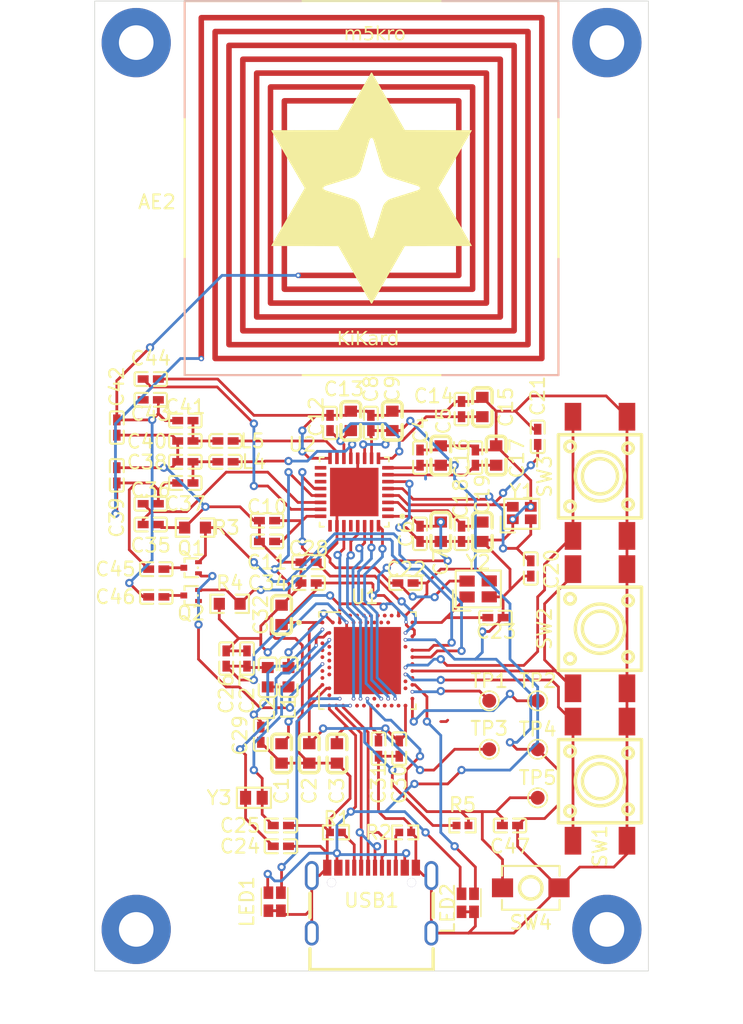
<source format=kicad_pcb>
(kicad_pcb (version 20241229) (generator "pcbnew") (generator_version "9.0")
  (layers (0 "F.Cu" signal) (2 "B.Cu" signal) (13 "F.Paste" user) (15 "B.Paste" user) (5 "F.SilkS" user "F.Silkscreen") (7 "B.SilkS" user "B.Silkscreen") (1 "F.Mask" user) (3 "B.Mask" user) (25 "Edge.Cuts" user))
  (net 0 "")
  (net 1 "GND")
  (net 2 "NFC_ANT_1")
  (net 3 "NFC_ANT_2")
  (net 4 "Net-(U1-DECUSB)")
  (net 5 "VDD3.3v")
  (net 6 "vusb")
  (net 7 "Net-(U2-AGDC)")
  (net 8 "Net-(U2-VDD_DR)")
  (net 9 "Net-(U2-VDD_AM)")
  (net 10 "Net-(U2-VDD_A)")
  (net 11 "Net-(U2-VDD_D)")
  (net 12 "Net-(U2-XTI)")
  (net 13 "Net-(U2-XTO)")
  (net 14 "Net-(U1-XC2)")
  (net 15 "Net-(U1-XC1)")
  (net 16 "Net-(U1-P0.00{slash}XL1)")
  (net 17 "Net-(U1-P0.01{slash}XL2)")
  (net 18 "DCC")
  (net 19 "Net-(U1-DEC3)")
  (net 20 "Net-(U1-DEC1)")
  (net 21 "Net-(U1-ANT)")
  (net 22 "ST_RFI1")
  (net 23 "Net-(C37-Pad2)")
  (net 24 "Net-(C40-Pad1)")
  (net 25 "ST_RFI2")
  (net 26 "Net-(Q1-D)")
  (net 27 "Net-(Q2-D)")
  (net 28 "RESET")
  (net 29 "Net-(U1-DCC)")
  (net 30 "Net-(L1-Pad2)")
  (net 31 "ST_RFO1")
  (net 32 "ST_RFO2")
  (net 33 "NEOPIXEL_1")
  (net 34 "NEOPIXEL_2")
  (net 35 "NFC_SW")
  (net 36 "NRF_NFC_1")
  (net 37 "NRF_NFC_2")
  (net 38 "Net-(USB1-CC1)")
  (net 39 "Net-(USB1-CC2)")
  (net 40 "BUTTON_1")
  (net 41 "BUTTON_2")
  (net 42 "BUTTON_3")
  (net 48 "MISO")
  (net 59 "SCLK")
  (net 60 "CS")
  (net 61 "D-")
  (net 64 "Net-(U1-SWDCLK)")
  (net 65 "IRQ")
  (net 67 "D+")
  (net 72 "MOSI")
  (net 73 "Net-(U1-SWDIO)")
  (footprint "extra-symbols-footprints:C0402" (layer "F.Cu") (at 150.5 118.95 90)
    (property "Reference" "C31")
    (property "Value" "100nF")
  )
  (footprint "extra-symbols-footprints:C0402" (layer "F.Cu") (at 142.45 102.5)
    (property "Reference" "C10")
    (property "Value" "10nF")
  )
  (footprint "extra-symbols-footprints:C0603" (layer "F.Cu") (at 147.5 119.3 -90)
    (property "Reference" "C3")
    (property "Value" "4.7uF")
  )
  (footprint "extra-symbols-footprints:C0402" (layer "F.Cu") (at 134.05 102.78)
    (property "Reference" "C35")
    (property "Value" "100pF")
  )
  (footprint "extra-symbols-footprints:R0603" (layer "F.Cu") (at 139.75 108.5)
    (property "Reference" "R4")
    (property "Value" "100K")
  )
  (footprint "extra-symbols-footprints:C0603" (layer "F.Cu") (at 159 97.8 -90)
    (property "Reference" "C17")
    (property "Value" "2.2uF")
  )
  (footprint "extra-symbols-footprints:SOT-723_L1.2-W0.8-P0.40-LS1.2-BR" (layer "F.Cu") (at 136.97 107.9)
    (property "Reference" "Q2")
    (property "Value" "WNM3013-3/TR")
  )
  (footprint "extra-symbols-footprints:L0402" (layer "F.Cu") (at 139.45 96.75)
    (property "Reference" "L5")
    (property "Value" "270nH")
  )
  (footprint "extra-symbols-footprints:C0402" (layer "F.Cu") (at 145.45 107)
    (property "Reference" "C34")
    (property "Value" "100nF")
  )
  (footprint "extra-symbols-footprints:C0402" (layer "F.Cu") (at 156.5 103.45 90)
    (property "Reference" "C18")
    (property "Value" "10nF")
  )
  (footprint "extra-symbols-footprints:C0402" (layer "F.Cu") (at 141 112.45 -90)
    (property "Reference" "C27")
    (property "Value" "1uF")
  )
  (footprint "extra-symbols-footprints:MountingHole_2.5mm_Pad" (layer "F.Cu") (at 167 132)
    (property "Reference" "REF**" (hide yes))
    (property "Value" "MountingHole_2.5mm_Pad")
  )
  (footprint "extra-symbols-footprints:C0402" (layer "F.Cu") (at 147 95.45 -90)
    (property "Reference" "C12")
    (property "Value" "10nF")
  )
  (footprint "extra-symbols-footprints:CRYSTAL-SMD_4P-L2.0-W1.6-BL-2" (layer "F.Cu") (at 157.7 107.43)
    (property "Reference" "Y2")
    (property "Value" "32MHz")
  )
  (footprint "extra-symbols-footprints:C0402" (layer "F.Cu") (at 134.05 101.28 180)
    (property "Reference" "C36")
    (property "Value" "10pF")
  )
  (footprint "extra-symbols-footprints:R0402" (layer "F.Cu") (at 156.57 124.5)
    (property "Reference" "R5")
    (property "Value" "10k")
  )
  (footprint "extra-symbols-footprints:C0402" (layer "F.Cu") (at 145.45 105.5 180)
    (property "Reference" "C28")
    (property "Value" "100nF")
  )
  (footprint "extra-symbols-footprints:C0402" (layer "F.Cu") (at 143.45 124.5 180)
    (property "Reference" "C25")
    (property "Value" "6pF")
  )
  (footprint "extra-symbols-footprints:QFN50P500X500X100-33N" (layer "F.Cu") (at 148.75 100.435 180)
    (property "Reference" "U2")
    (property "Value" "ST25R3916-AQWT")
  )
  (footprint "extra-symbols-footprints:C0402" (layer "F.Cu") (at 157.5 97.95 -90)
    (property "Reference" "C16")
    (property "Value" "10nF")
  )
  (footprint "extra-symbols-footprints:TestPoint_Pad_D1.0mm" (layer "F.Cu") (at 158.5 119)
    (property "Reference" "TP3")
    (property "Value" "TestPoint")
  )
  (footprint "extra-symbols-footprints:LED-SMD_4P-L2.0-W1.8-P0.90_XGM-S0807RGB" (layer "F.Cu") (at 143 130 90)
    (property "Reference" "LED1")
    (property "Value" "ZSRGB-2017H-08-Z3")
  )
  (footprint "extra-symbols-footprints:C0402" (layer "F.Cu") (at 149.95 95.45 -90)
    (property "Reference" "C8")
    (property "Value" "10nF")
  )
  (footprint "extra-symbols-footprints:L0603" (layer "F.Cu") (at 142.5 113.8 90)
    (property "Reference" "L2")
    (property "Value" "15nH")
  )
  (footprint "extra-symbols-footprints:C0402" (layer "F.Cu") (at 139.5 112.45 -90)
    (property "Reference" "C26")
    (property "Value" "47nF")
  )
  (footprint "extra-symbols-footprints:TestPoint_Pad_D1.0mm" (layer "F.Cu") (at 162 122.5)
    (property "Reference" "TP5")
    (property "Value" "TestPoint")
  )
  (footprint "extra-symbols-footprints:C0402" (layer "F.Cu") (at 134.05 92.28 180)
    (property "Reference" "C44")
    (property "Value" "100pF")
  )
  (footprint "extra-symbols-footprints:LED-SMD_4P-L2.0-W1.8-P0.90_XGM-S0807RGB" (layer "F.Cu") (at 156.95 130.08 90)
    (property "Reference" "LED2")
    (property "Value" "ZSRGB-2017H-08-Z3")
  )
  (footprint "extra-symbols-footprints:C0402" (layer "F.Cu") (at 143.45 126 180)
    (property "Reference" "C24")
    (property "Value" "6pF")
  )
  (footprint "extra-symbols-footprints:C0402" (layer "F.Cu") (at 136.55 99.78)
    (property "Reference" "C37")
    (property "Value" "100pF")
  )
  (footprint "extra-symbols-footprints:SW-SMD_L4.0-W2.9-LS5.0" (layer "F.Cu") (at 161.5 129)
    (property "Reference" "SW4")
    (property "Value" "HX TS-1088-AR02016")
  )
  (footprint "extra-symbols-footprints:C0402" (layer "F.Cu") (at 152.45 107 180)
    (property "Reference" "C22")
    (property "Value" "12pF")
  )
  (footprint "extra-symbols-footprints:kikard-ant-v1.0" (layer "F.Cu") (at 137.5 66)
    (property "Reference" "AE2")
    (property "Value" "Antenna_Loop")
  )
  (footprint "extra-symbols-footprints:C0402" (layer "F.Cu") (at 153.5 97.95 -90)
    (property "Reference" "C4")
    (property "Value" "10nF")
  )
  (footprint "extra-symbols-footprints:MountingHole_2.5mm_Pad" (layer "F.Cu") (at 133 68)
    (property "Reference" "REF**" (hide yes))
    (property "Value" "MountingHole_2.5mm_Pad")
  )
  (footprint "extra-symbols-footprints:KEY-SMD_4P-L6.0-W6.0-P3.90-LS9.0" (layer "F.Cu") (at 166.5 110.3 90)
    (property "Reference" "SW2")
    (property "Value" "K2-6639SP-C4SC-04")
  )
  (footprint "extra-symbols-footprints:TestPoint_Pad_D1.0mm" (layer "F.Cu") (at 158.5 115.5)
    (property "Reference" "TP1")
    (property "Value" "TestPoint")
  )
  (footprint "extra-symbols-footprints:R0402" (layer "F.Cu") (at 152.43 125)
    (property "Reference" "R2")
    (property "Value" "5.1k")
  )
  (footprint "extra-symbols-footprints:C0402" (layer "F.Cu") (at 156.5 94.45 -90)
    (property "Reference" "C14")
    (property "Value" "10nF")
  )
  (footprint "extra-symbols-footprints:OSC-SMD_L1.6-W1.0" (layer "F.Cu") (at 141.5 122.5 180)
    (property "Reference" "Y3")
    (property "Value" "32.768kHz")
  )
  (footprint "extra-symbols-footprints:KEY-SMD_4P-L6.0-W6.0-P3.90-LS9.0" (layer "F.Cu") (at 166.5 121.3 90)
    (property "Reference" "SW1")
    (property "Value" "K2-6639SP-C4SC-04")
  )
  (footprint "extra-symbols-footprints:L0603" (layer "F.Cu") (at 144 113.8 -90)
    (property "Reference" "L1")
    (property "Value" "10uH")
  )
  (footprint "extra-symbols-footprints:R0402" (layer "F.Cu") (at 147.43 125 180)
    (property "Reference" "R1")
    (property "Value" "5.1k")
  )
  (footprint "extra-symbols-footprints:C0603" (layer "F.Cu") (at 158 94.3 -90)
    (property "Reference" "C15")
    (property "Value" "2.2uF")
  )
  (footprint "extra-symbols-footprints:CRYSTAL-SMD_4P-L2.0-W1.6-BL-B" (layer "F.Cu") (at 160.85 101.95)
    (property "Reference" "Y1")
    (property "Value" "27MHz")
  )
  (footprint "extra-symbols-footprints:USB-C-SMD_TYPE-C16PIN" (layer "F.Cu") (at 150 129.905)
    (property "Reference" "USB1")
    (property "Value" "TYPE-C16PIN")
  )
  (footprint "extra-symbols-footprints:L0402" (layer "F.Cu") (at 139.45 98.25)
    (property "Reference" "L4")
    (property "Value" "270nH")
  )
  (footprint "extra-symbols-footprints:C0603" (layer "F.Cu") (at 143.5 109.3 -90)
    (property "Reference" "C32")
    (property "Value" "4.7uF")
  )
  (footprint "extra-symbols-footprints:TestPoint_Pad_D1.0mm" (layer "F.Cu") (at 162 119)
    (property "Reference" "TP4")
    (property "Value" "TestPoint")
  )
  (footprint "extra-symbols-footprints:logo" (layer "F.Cu") (at 150 78.5)
    (property "Reference" "G***" (hide yes))
    (property "Value" "LOGO" (hide yes))
  )
  (footprint "extra-symbols-footprints:C0402" (layer "F.Cu") (at 142 117.95 -90)
    (property "Reference" "C29")
    (property "Value" "100nF")
  )
  (footprint "extra-symbols-footprints:C0402" (layer "F.Cu") (at 162 96.45 -90)
    (property "Reference" "C21")
    (property "Value" "6pF")
  )
  (footprint "extra-symbols-footprints:MountingHole_2.5mm_Pad" (layer "F.Cu") (at 167 68)
    (property "Reference" "REF**" (hide yes))
    (property "Value" "MountingHole_2.5mm_Pad")
  )
  (footprint "extra-symbols-footprints:C0402" (layer "F.Cu") (at 136.55 98.25)
    (property "Reference" "C38")
    (property "Value" "680pF")
  )
  (footprint "extra-symbols-footprints:C0402" (layer "F.Cu") (at 160 124.5)
    (property "Reference" "C47")
    (property "Value" "100nF")
  )
  (footprint "extra-symbols-footprints:KEY-SMD_4P-L6.0-W6.0-P3.90-LS9.0" (layer "F.Cu") (at 166.5 99.3 90)
    (property "Reference" "SW3")
    (property "Value" "K2-6639SP-C4SC-04")
  )
  (footprint "extra-symbols-footprints:SOT-723_L1.2-W0.8-P0.40-LS1.2-BR" (layer "F.Cu") (at 136.97 105.9)
    (property "Reference" "Q1")
    (property "Value" "WNM3013-3/TR")
  )
  (footprint "extra-symbols-footprints:C0402" (layer "F.Cu") (at 134.45 108)
    (property "Reference" "C46")
    (property "Value" "1nF")
  )
  (footprint "extra-symbols-footprints:C0603" (layer "F.Cu") (at 148.5 95.3 -90)
    (property "Reference" "C13")
    (property "Value" "2.2uF")
  )
  (footprint "extra-symbols-footprints:TestPoint_Pad_D1.0mm" (layer "F.Cu") (at 162 115.5)
    (property "Reference" "TP2")
    (property "Value" "TestPoint")
  )
  (footprint "extra-symbols-footprints:C0402" (layer "F.Cu") (at 152 118.95 90)
    (property "Reference" "C30")
    (property "Value" "100nF")
  )
  (footprint "extra-symbols-footprints:C0603" (layer "F.Cu") (at 143.5 119.3 90)
    (property "Reference" "C1")
    (property "Value" "4.7uF")
  )
  (footprint "extra-symbols-footprints:C0402" (layer "F.Cu") (at 142.45 104)
    (property "Reference" "C11")
    (property "Value" "1uF")
  )
  (footprint "extra-symbols-footprints:C0603" (layer "F.Cu") (at 158 103.3 90)
    (property "Reference" "C19")
    (property "Value" "2.2uF")
  )
  (footprint "extra-symbols-footprints:R0603" (layer "F.Cu") (at 137.25 103)
    (property "Reference" "R3")
    (property "Value" "100K")
  )
  (footprint "extra-symbols-footprints:C0402" (layer "F.Cu") (at 131.6 95.78 -90)
    (property "Reference" "C42")
    (property "Value" "62pF")
  )
  (footprint "extra-symbols-footprints:C0603" (layer "F.Cu") (at 155 97.8 -90)
    (property "Reference" "C5")
    (property "Value" "2.2uF")
  )
  (footprint "extra-symbols-footprints:C0402" (layer "F.Cu") (at 131.6 99.23 -90)
    (property "Reference" "C39")
    (property "Value" "62pF")
  )
  (footprint "extra-symbols-footprints:C0402" (layer "F.Cu") (at 134.45 106)
    (property "Reference" "C45")
    (property "Value" "1nF")
  )
  (footprint "extra-symbols-footprints:C0402" (layer "F.Cu") (at 134.05 93.78 180)
    (property "Reference" "C43")
    (property "Value" "10pF")
  )
  (footprint "extra-symbols-footprints:C0402" (layer "F.Cu") (at 153.5 103.45 90)
    (property "Reference" "C6")
    (property "Value" "10nF")
  )
  (footprint "extra-symbols-footprints:C0603" (layer "F.Cu") (at 155 103.3 90)
    (property "Reference" "C7")
    (property "Value" "2.2uF")
  )
  (footprint "extra-symbols-footprints:C0603" (layer "F.Cu") (at 145.5 119.3 90)
    (property "Reference" "C2")
    (property "Value" "4.7uF")
  )
  (footprint "extra-symbols-footprints:C0402" (layer "F.Cu") (at 161.5 105.95 90)
    (property "Reference" "C20")
    (property "Value" "6pF")
  )
  (footprint "extra-symbols-footprints:C0603" (layer "F.Cu") (at 151.5 95.3 -90)
    (property "Reference" "C9")
    (property "Value" "2.2uF")
  )
  (footprint "extra-symbols-footprints:C0402" (layer "F.Cu") (at 136.55 96.75 180)
    (property "Reference" "C40")
    (property "Value" "680pF")
  )
  (footprint "extra-symbols-footprints:C0402" (layer "F.Cu") (at 158.95 109.5)
    (property "Reference" "C23")
    (property "Value" "12pF")
  )
  (footprint "extra-symbols-footprints:C0402" (layer "F.Cu") (at 136.55 95.28)
    (property "Reference" "C41")
    (property "Value" "100pF")
  )
  (footprint "extra-symbols-footprints:XCVR_NRF52840-QIAA-R" (layer "F.Cu") (at 149.7 112.6)
    (property "Reference" "U1")
    (property "Value" "NRF52840-QIAA-R")
  )
  (footprint "extra-symbols-footprints:MountingHole_2.5mm_Pad" (layer "F.Cu") (at 133 132)
    (property "Reference" "REF**" (hide yes))
    (property "Value" "MountingHole_2.5mm_Pad")
  )
  (gr_rect (start 130 65) (end 170 135) (stroke (width 0.05)) (fill no) (layer "Edge.Cuts"))
  (gr_text "KiKard" (at 147.5 90 0) (layer "F.SilkS") (effects (font (size 1 1) (thickness 0.1)) (justify left bottom)))
  (gr_text "m5kro" (at 148 68 0) (layer "F.SilkS") (effects (font (size 1 1) (thickness 0.1)) (justify left bottom)))
  (segment (start 146.5 124.5) (end 147 125) (width 0.2) (layer "F.Cu") (net 1))
  (segment (start 153.5 104) (end 155 104) (width 0.2) (layer "F.Cu") (net 1))
  (segment (start 144 124.5) (end 146.5 124.5) (width 0.2) (layer "F.Cu") (net 1))
  (segment (start 141.5 102.5) (end 141.9 102.5) (width 0.2) (layer "F.Cu") (net 1))
  (segment (start 154.32 128.115) (end 153.77 128.115) (width 0.2) (layer "F.Cu") (net 1))
  (segment (start 148.2 111.1) (end 149.7 112.6) (width 0.2) (layer "F.Cu") (net 1))
  (segment (start 152 103) (end 152.5 103) (width 0.2) (layer "F.Cu") (net 1))
  (segment (start 166.95 93.5) (end 161.5 93.5) (width 0.2) (layer "F.Cu") (net 1))
  (segment (start 157 132.265) (end 154.32 132.265) (width 0.2) (layer "F.Cu") (net 1))
  (segment (start 151.185 99.685) (end 152.576079 99.685) (width 0.2) (layer "F.Cu") (net 1))
  (segment (start 160.55 126.01) (end 163.54 129) (width 0.2) (layer "F.Cu") (net 1))
  (segment (start 140.5 101.5) (end 141.5 102.5) (width 0.2) (layer "F.Cu") (net 1))
  (segment (start 145.26 130.92) (end 145.68 130.5) (width 0.2) (layer "F.Cu") (net 1))
  (segment (start 146.8 125.2) (end 147 125) (width 0.2) (layer "F.Cu") (net 1))
  (segment (start 141.501 94.9) (end 146 94.9) (width 0.2) (layer "F.Cu") (net 1))
  (segment (start 158 110.5) (end 158.5 110.5) (width 0.2) (layer "F.Cu") (net 1))
  (segment (start 157.7 93.9) (end 158 93.6) (width 0.2) (layer "F.Cu") (net 1))
  (segment (start 148.2 94.9) (end 148.5 94.6) (width 0.2) (layer "F.Cu") (net 1))
  (segment (start 156.1 93.9) (end 156.5 93.9) (width 0.2) (layer "F.Cu") (net 1))
  (segment (start 159 97.1) (end 159 94.6) (width 0.2) (layer "F.Cu") (net 1))
  (segment (start 149.65 94.6) (end 149.95 94.9) (width 0.2) (layer "F.Cu") (net 1))
  (segment (start 163.5 123) (end 163.5 120.5) (width 0.2) (layer "F.Cu") (net 1))
  (segment (start 143.5 120) (end 145.5 120) (width 0.2) (layer "F.Cu") (net 1))
  (segment (start 155.64 106.86) (end 156.9 106.86) (width 0.2) (layer "F.Cu") (net 1))
  (segment (start 168.45 126.55) (end 167.5 127.5) (width 0.2) (layer "F.Cu") (net 1))
  (segment (start 145 99.327542) (end 145 99) (width 0.2) (layer "F.Cu") (net 1))
  (segment (start 145.685 100.685) (end 144 99) (width 0.2) (layer "F.Cu") (net 1))
  (segment (start 160.5 119) (end 162 119) (width 0.2) (layer "F.Cu") (net 1))
  (segment (start 144.749 116.751) (end 144.749 119.249) (width 0.2) (layer "F.Cu") (net 1))
  (segment (start 142.749 109.351) (end 142.749 110.701) (width 0.2) (layer "F.Cu") (net 1))
  (segment (start 138.881 92.28) (end 141.501 94.9) (width 0.2) (layer "F.Cu") (net 1))
  (segment (start 143.048 111) (end 144.5 111) (width 0.2) (layer "F.Cu") (net 1))
  (segment (start 139 109.6) (end 140.4 111) (width 0.2) (layer "F.Cu") (net 1))
  (segment (start 146.696 104.929) (end 146 104.929) (width 0.2) (layer "F.Cu") (net 1))
  (segment (start 168.45 117) (end 168.45 125.6) (width 0.2) (layer "F.Cu") (net 1))
  (segment (start 131.6 96.33) (end 135.58 96.33) (width 0.2) (layer "F.Cu") (net 1))
  (segment (start 146 104.929) (end 145.471 104.929) (width 0.2) (layer "F.Cu") (net 1))
  (segment (start 160.2 103.199) (end 159.5 103.899) (width 0.2) (layer "F.Cu") (net 1))
  (segment (start 158.101 103.899) (end 158 104) (width 0.2) (layer "F.Cu") (net 1))
  (segment (start 135.58 96.33) (end 136 96.75) (width 0.2) (layer "F.Cu") (net 1))
  (segment (start 154.7 97.4) (end 155 97.1) (width 0.2) (layer "F.Cu") (net 1))
  (segment (start 146.8 127.545) (end 146.8 126.5) (width 0.2) (layer "F.Cu") (net 1))
  (segment (start 136 96.75) (end 136 98.25) (width 0.2) (layer "F.Cu") (net 1))
  (segment (start 156.5 93.9) (end 157.7 93.9) (width 0.2) (layer "F.Cu") (net 1))
  (segment (start 161.5 106.5) (end 161 106.5) (width 0.2) (layer "F.Cu") (net 1))
  (segment (start 154.32 132.265) (end 154.32 128.115) (width 0.2) (layer "F.Cu") (net 1))
  (segment (start 148.448 122.552) (end 148.448 120.948) (width 0.2) (layer "F.Cu") (net 1))
  (segment (start 159.5 109.5) (end 159.5 108) (width 0.2) (layer "F.Cu") (net 1))
  (segment (start 163.54 129) (end 164 129) (width 0.2) (layer "F.Cu") (net 1))
  (segment (start 145.68 128.115) (end 146.23 128.115) (width 0.2) (layer "F.Cu") (net 1))
  (segment (start 134.82 103) (end 134.6 102.78) (width 0.2) (layer "F.Cu") (net 1))
  (segment (start 147.5 104.125) (end 146.696 104.929) (width 0.2) (layer "F.Cu") (net 1))
  (segment (start 145 104.458) (end 145.471 104.929) (width 0.2) (layer "F.Cu") (net 1))
  (segment (start 147 124) (end 147 125) (width 0.2) (layer "F.Cu") (net 1))
  (segment (start 146 98) (end 145.5 98) (width 0.2) (layer "F.Cu") (net 1))
  (segment (start 158.7 97.4) (end 159 97.1) (width 0.2) (layer "F.Cu") (net 1))
  (segment (start 160.55 124.5) (end 161.05 124) (width 0.2) (layer "F.Cu") (net 1))
  (segment (start 153.2 127.545) (end 153.2 125.34) (width 0.2) (layer "F.Cu") (net 1))
  (segment (start 168.45 95) (end 166.95 93.5) (width 0.2) (layer "F.Cu") (net 1))
  (segment (start 138 101.5) (end 140.5 101.5) (width 0.2) (layer "F.Cu") (net 1))
  (segment (start 148.5 94.6) (end 149.65 94.6) (width 0.2) (layer "F.Cu") (net 1))
  (segment (start 135.57 98.68) (end 136 98.25) (width 0.2) (layer "F.Cu") (net 1))
  (segment (start 142.5 112) (end 142 111.5) (width 0.2) (layer "F.Cu") (net 1))
  (segment (start 158 104) (end 160 106) (width 0.2) (layer "F.Cu") (net 1))
  (segment (start 144.9 107) (end 144.9 107.2) (width 0.2) (layer "F.Cu") (net 1))
  (segment (start 153.77 128.115) (end 153.2 127.545) (width 0.2) (layer "F.Cu") (net 1))
  (segment (start 146 94.9) (end 147 94.9) (width 0.2) (layer "F.Cu") (net 1))
  (segment (start 160 118.5) (end 160.5 119) (width 0.2) (layer "F.Cu") (net 1))
  (segment (start 145 96) (end 145 95.9) (width 0.2) (layer "F.Cu") (net 1))
  (segment (start 147.399 105.899) (end 147 105.5) (width 0.2) (layer "F.Cu") (net 1))
  (segment (start 162.5 124) (end 163.5 123) (width 0.2) (layer "F.Cu") (net 1))
  (segment (start 142.55 130.65) (end 143.45 130.65) (width 0.2) (layer "F.Cu") (net 1))
  (segment (start 147 105.5) (end 147 105.233) (width 0.2) (layer "F.Cu") (net 1))
  (segment (start 168.45 103.6) (end 168.45 106) (width 0.2) (layer "F.Cu") (net 1))
  (segment (start 136.5 103) (end 138 101.5) (width 0.2) (layer "F.Cu") (net 1))
  (segment (start 143.55 130.92) (end 145.26 130.92) (width 0.2) (layer "F.Cu") (net 1))
  (segment (start 161.05 124) (end 162.5 124) (width 0.2) (layer "F.Cu") (net 1))
  (segment (start 154.557086 107.942914) (end 155.64 106.86) (width 0.2) (layer "F.Cu") (net 1))
  (segment (start 159.5 103.899) (end 158.101 103.899) (width 0.2) (layer "F.Cu") (net 1))
  (segment (start 148.2 109.85) (end 148.2 111.1) (width 0.2) (layer "F.Cu") (net 1))
  (segment (start 152.33 124) (end 152.86 124.53) (width 0.2) (layer "F.Cu") (net 1))
  (segment (start 157.2 97.1) (end 157.5 97.4) (width 0.2) (layer "F.Cu") (net 1))
  (segment (start 160.4 94.6) (end 159 94.6) (width 0.2) (layer "F.Cu") (net 1))
  (segment (start 145 95.9) (end 146 94.9) (width 0.2) (layer "F.Cu") (net 1))
  (segment (start 145 116.5) (end 144.749 116.751) (width 0.2) (layer "F.Cu") (net 1))
  (segment (start 156.5 104) (end 158 104) (width 0.2) (layer "F.Cu") (net 1))
  (segment (start 147.5 102.87) (end 147.5 104.125) (width 0.2) (layer "F.Cu") (net 1))
  (segment (start 149 100.185) (end 148.75 100.435) (width 0.2) (layer "F.Cu") (net 1))
  (segment (start 151.349943 107) (end 150.248943 105.899) (width 0.2) (layer "F.Cu") (net 1))
  (segment (start 151 124) (end 152.33 124) (width 0.2) (layer "F.Cu") (net 1))
  (segment (start 142.749 110.701) (end 143.048 111) (width 0.2) (layer "F.Cu") (net 1))
  (segment (start 143.5 108.6) (end 142.749 109.351) (width 0.2) (layer "F.Cu") (net 1))
  (segment (start 168.45 95) (end 168.45 103.6) (width 0.2) (layer "F.Cu") (net 1))
  (segment (start 145.471 104.929) (end 144.9 105.5) (width 0.2) (layer "F.Cu") (net 1))
  (segment (start 153.5 97.4) (end 154.7 97.4) (width 0.2) (layer "F.Cu") (net 1))
  (segment (start 168.45 125.6) (end 168.45 126.55) (width 0.2) (layer "F.Cu") (net 1))
  (segment (start 135 98.68) (end 135.57 98.68) (width 0.2) (layer "F.Cu") (net 1))
  (segment (start 144.05 108.05) (end 143.5 108.6) (width 0.2) (layer "F.Cu") (net 1))
  (segment (start 147.5 120) (end 148.448 120.948) (width 0.2) (layer "F.Cu") (net 1))
  (segment (start 160.275 132.265) (end 163.54 129) (width 0.2) (layer "F.Cu") (net 1))
  (segment (start 152.875735 107.975735) (end 151.9 107) (width 0.2) (layer "F.Cu") (net 1))
  (segment (start 145.5 98) (end 145 97.5) (width 0.2) (layer "F.Cu") (net 1))
  (segment (start 144.749 119.249) (end 145.5 120) (width 0.2) (layer "F.Cu") (net 1))
  (segment (start 152.45 111.1) (end 152.426 111.1) (width 0.2) (layer "F.Cu") (net 1))
  (segment (start 160.55 124.5) (end 160.55 126.01) (width 0.2) (layer "F.Cu") (net 1))
  (segment (start 143 106) (end 144.05 107.05) (width 0.2) (layer "F.Cu") (net 1))
  (segment (start 161.5 99.6) (end 161.5 101.5) (width 0.2) (layer "F.Cu") (net 1))
  (segment (start 147 98) (end 146 98) (width 0.2) (layer "F.Cu") (net 1))
  (segment (start 144 126) (end 146.3 126) (width 0.2) (layer "F.Cu") (net 1))
  (segment (start 155 104) (end 156.5 104) (width 0.2) (layer "F.Cu") (net 1))
  (segment (start 145 104) (end 145 104.458) (width 0.2) (layer "F.Cu") (net 1))
  (segment (start 155 97.1) (end 157.2 97.1) (width 0.2) (layer "F.Cu") (net 1))
  (segment (start 153.2 125.34) (end 152.86 125) (width 0.2) (layer "F.Cu") (net 1))
  (segment (start 158.5 110.5) (end 159.5 109.5) (width 0.2) (layer "F.Cu") (net 1))
  (segment (start 141.9 102.5) (end 141.9 104) (width 0.2) (layer "F.Cu") (net 1))
  (segment (start 163.5 120.5) (end 162 119) (width 0.2) (layer "F.Cu") (net 1))
  (segment (start 157.5 97.4) (end 158.7 97.4) (width 0.2) (layer "F.Cu") (net 1))
  (segment (start 148.75 100.435) (end 147.5 101.685) (width 0.2) (layer "F.Cu") (net 1))
  (segment (start 155.4 94.6) (end 156.1 93.9) (width 0.2) (layer "F.Cu") (net 1))
  (segment (start 146.315 100.185) (end 145.857458 100.185) (width 0.2) (layer "F.Cu") (net 1))
  (segment (start 151.5 94.6) (end 155.4 94.6) (width 0.2) (layer "F.Cu") (net 1))
  (segment (start 159 94.6) (end 158 93.6) (width 0.2) (layer "F.Cu") (net 1))
  (segment (start 160.2 102.4) (end 160.2 103.199) (width 0.2) (layer "F.Cu") (net 1))
  (segment (start 148.448 122.552) (end 147 124) (width 0.2) (layer "F.Cu") (net 1))
  (segment (start 161.7 95.9) (end 160.4 94.6) (width 0.2) (layer "F.Cu") (net 1))
  (segment (start 142 118.5) (end 143.5 120) (width 0.2) (layer "F.Cu") (net 1))
  (segment (start 131.6 98.68) (end 135 98.68) (width 0.2) (layer "F.Cu") (net 1))
  (segment (start 162 95.9) (end 161.7 95.9) (width 0.2) (layer "F.Cu") (net 1))
  (segment (start 142 110.1) (end 142.749 109.351) (width 0.2) (layer "F.Cu") (net 1))
  (segment (start 159.5 108) (end 158.5 108) (width 0.2) (layer "F.Cu") (net 1))
  (segment (start 157.5 131.765) (end 157 132.265) (width 0.2) (layer "F.Cu") (net 1))
  (segment (start 145.68 132.265) (end 145.68 130.5) (width 0.2) (layer "F.Cu") (net 1))
  (segment (start 145 111.5) (end 145 116.5) (width 0.2) (layer "F.Cu") (net 1))
  (segment (start 151.9 107) (end 151.349943 107) (width 0.2) (layer "F.Cu") (net 1))
  (segment (start 134.6 92.28) (end 138.881 92.28) (width 0.2) (layer "F.Cu") (net 1))
  (segment (start 152.975735 107.975735) (end 152.875735 107.975735) (width 0.2) (layer "F.Cu") (net 1))
  (segment (start 168.45 114.6) (end 168.45 117) (width 0.2) (layer "F.Cu") (net 1))
  (segment (start 145.857458 100.185) (end 145 99.327542) (width 0.2) (layer "F.Cu") (net 1))
  (segment (start 146.315 100.685) (end 145.685 100.685) (width 0.2) (layer "F.Cu") (net 1))
  (segment (start 156.5 130.73) (end 157.4 130.73) (width 0.2) (layer "F.Cu") (net 1))
  (segment (start 146.23 128.115) (end 146.8 127.545) (width 0.2) (layer "F.Cu") (net 1))
  (segment (start 150.5 123.5) (end 151 124) (width 0.2) (layer "F.Cu") (net 1))
  (segment (start 146.8 126.5) (end 146.8 125.2) (width 0.2) (layer "F.Cu") (net 1))
  (segment (start 167.5 127.5) (end 165.04 127.5) (width 0.2) (layer "F.Cu") (net 1))
  (segment (start 144.9 107.2) (end 144.05 108.05) (width 0.2) (layer "F.Cu") (net 1))
  (segment (start 144.9 105.5) (end 144.9 107) (width 0.2) (layer "F.Cu") (net 1))
  (segment (start 142 111.5) (end 142 111) (width 0.2) (layer "F.Cu") (net 1))
  (segment (start 144.05 107.05) (end 144.05 108.05) (width 0.2) (layer "F.Cu") (net 1))
  (segment (start 145.5 120) (end 147.5 120) (width 0.2) (layer "F.Cu") (net 1))
  (segment (start 168.45 106) (end 168.45 114.6) (width 0.2) (layer "F.Cu") (net 1))
  (segment (start 152.576079 99.685) (end 152.731478 99.840399) (width 0.2) (layer "F.Cu") (net 1))
  (segment (start 159 97.1) (end 161.5 99.6) (width 0.2) (layer "F.Cu") (net 1))
  (segment (start 150.5 119.5) (end 150.5 123.5) (width 0.2) (layer "F.Cu") (net 1))
  (segment (start 145.68 130.5) (end 145.68 128.115) (width 0.2) (layer "F.Cu") (net 1))
  (segment (start 139 108.5) (end 139 109.6) (width 0.2) (layer "F.Cu") (net 1))
  (segment (start 147 105.233) (end 146.696 104.929) (width 0.2) (layer "F.Cu") (net 1))
  (segment (start 151.2 94.9) (end 151.5 94.6) (width 0.2) (layer "F.Cu") (net 1))
  (segment (start 149.95 94.9) (end 151.2 94.9) (width 0.2) (layer "F.Cu") (net 1))
  (segment (start 152.5 103) (end 153.5 104) (width 0.2) (layer "F.Cu") (net 1))
  (segment (start 141.9 104) (end 143.4 105.5) (width 0.2) (layer "F.Cu") (net 1))
  (segment (start 146.3 126) (end 146.8 126.5) (width 0.2) (layer "F.Cu") (net 1))
  (segment (start 165.04 127.5) (end 163.54 129) (width 0.2) (layer "F.Cu") (net 1))
  (segment (start 147.5 101.685) (end 147.5 102.87) (width 0.2) (layer "F.Cu") (net 1))
  (segment (start 152 119.5) (end 150.5 119.5) (width 0.2) (layer "F.Cu") (net 1))
  (segment (start 157.5 131) (end 157.5 131.765) (width 0.2) (layer "F.Cu") (net 1))
  (segment (start 154.557086 108.022835) (end 154.557086 107.942914) (width 0.2) (layer "F.Cu") (net 1))
  (segment (start 139.5 111.9) (end 140.4 111) (width 0.2) (layer "F.Cu") (net 1))
  (segment (start 136.5 103) (end 134.82 103) (width 0.2) (layer "F.Cu") (net 1))
  (segment (start 161.5 93.5) (end 160.4 94.6) (width 0.2) (layer "F.Cu") (net 1))
  (segment (start 149 98) (end 149 100.185) (width 0.2) (layer "F.Cu") (net 1))
  (segment (start 140.4 111) (end 142 111) (width 0.2) (layer "F.Cu") (net 1))
  (segment (start 150.248943 105.899) (end 147.399 105.899) (width 0.2) (layer "F.Cu") (net 1))
  (segment (start 161 106.5) (end 160 107.5) (width 0.2) (layer "F.Cu") (net 1))
  (segment (start 159.5 108) (end 160 107.5) (width 0.2) (layer "F.Cu") (net 1))
  (segment (start 157 132.265) (end 160.275 132.265) (width 0.2) (layer "F.Cu") (net 1))
  (segment (start 144.5 111) (end 145 111.5) (width 0.2) (layer "F.Cu") (net 1))
  (segment (start 160 106) (end 160 107.5) (width 0.2) (layer "F.Cu") (net 1))
  (segment (start 141 111.9) (end 139.5 111.9) (width 0.2) (layer "F.Cu") (net 1))
  (segment (start 142 111) (end 142 110.1) (width 0.2) (layer "F.Cu") (net 1))
  (segment (start 147 94.9) (end 148.2 94.9) (width 0.2) (layer "F.Cu") (net 1))
  (segment (start 152.86 124.53) (end 152.86 125) (width 0.2) (layer "F.Cu") (net 1))
  (segment (start 143.4 105.5) (end 144.9 105.5) (width 0.2) (layer "F.Cu") (net 1))
  (via (at 161.5 101.5) (size 0.5) (drill 0.3) (layers "F.Cu" "B.Cu") (net 1))
  (via (at 152.45 111.1) (size 0.25) (drill 0.15) (layers "F.Cu" "B.Cu") (net 1))
  (via (at 160.2 102.4) (size 0.5) (drill 0.3) (layers "F.Cu" "B.Cu") (net 1))
  (via (at 152 103) (size 0.6) (drill 0.3) (layers "F.Cu" "B.Cu") (net 1))
  (via (at 135 98.68) (size 0.6) (drill 0.3) (layers "F.Cu" "B.Cu") (net 1))
  (via (at 152.975735 107.975735) (size 0.6) (drill 0.3) (layers "F.Cu" "B.Cu") (net 1))
  (via (at 152.731478 99.840399) (size 0.6) (drill 0.3) (layers "F.Cu" "B.Cu") (net 1))
  (via (at 158 110.5) (size 0.6) (drill 0.3) (layers "F.Cu" "B.Cu") (net 1))
  (via (at 148.2 109.85) (size 0.25) (drill 0.15) (layers "F.Cu" "B.Cu") (net 1))
  (via (at 145 97.5) (size 0.6) (drill 0.3) (layers "F.Cu" "B.Cu") (net 1))
  (via (at 144 99) (size 0.6) (drill 0.3) (layers "F.Cu" "B.Cu") (net 1))
  (via (at 142.5 112) (size 0.6) (drill 0.3) (layers "F.Cu" "B.Cu") (net 1))
  (via (at 138 101.5) (size 0.6) (drill 0.3) (layers "F.Cu" "B.Cu") (net 1))
  (via (at 154.557086 108.022835) (size 0.6) (drill 0.3) (layers "F.Cu" "B.Cu") (net 1))
  (via (at 145 104) (size 0.6) (drill 0.3) (layers "F.Cu" "B.Cu") (net 1))
  (via (at 145 96) (size 0.6) (drill 0.3) (layers "F.Cu" "B.Cu") (net 1))
  (via (at 160 118.5) (size 0.6) (drill 0.3) (layers "F.Cu" "B.Cu") (net 1))
  (via (at 143 106) (size 0.6) (drill 0.3) (layers "F.Cu" "B.Cu") (net 1))
  (via (at 145 99) (size 0.6) (drill 0.3) (layers "F.Cu" "B.Cu") (net 1))
  (segment (start 161.5 115) (end 161.5 117.5) (width 0.2) (layer "B.Cu") (net 1))
  (segment (start 159.001 112.501) (end 161.5 115) (width 0.2) (layer "B.Cu") (net 1))
  (segment (start 161.5 101.5) (end 161.1 101.5) (width 0.2) (layer "B.Cu") (net 1))
  (segment (start 161.5 117.5) (end 160.5 118.5) (width 0.2) (layer "B.Cu") (net 1))
  (segment (start 148.2 109.85) (end 146.85 108.5) (width 0.2) (layer "B.Cu") (net 1))
  (segment (start 154.522835 108.022835) (end 154.5 108) (width 0.2) (layer "B.Cu") (net 1))
  (segment (start 145 102.5) (end 145 104) (width 0.2) (layer "B.Cu") (net 1))
  (segment (start 154.5 108) (end 153 108) (width 0.2) (layer "B.Cu") (net 1))
  (segment (start 157.499 112.501) (end 159.001 112.501) (width 0.2) (layer "B.Cu") (net 1))
  (segment (start 146 108.5) (end 142.5 112) (width 0.2) (layer "B.Cu") (net 1))
  (segment (start 157.499 112.501) (end 156.001 112.501) (width 0.2) (layer "B.Cu") (net 1))
  (segment (start 153 108) (end 152.975735 107.975735) (width 0.2) (layer "B.Cu") (net 1))
  (segment (start 138 101.5) (end 135.18 98.68) (width 0.2) (layer "B.Cu") (net 1))
  (segment (start 152.731478 99.840399) (end 152.731478 102.268522) (width 0.2) (layer "B.Cu") (net 1))
  (segment (start 144 105) (end 144 99) (width 0.2) (layer "B.Cu") (net 1))
  (segment (start 154.557086 108.022835) (end 154.522835 108.022835) (width 0.2) (layer "B.Cu") (net 1))
  (segment (start 160.5 118.5) (end 160 118.5) (width 0.2) (layer "B.Cu") (net 1))
  (segment (start 156.001 112.501) (end 154.6 111.1) (width 0.2) (layer "B.Cu") (net 1))
  (segment (start 145 97.5) (end 145 96) (width 0.2) (layer "B.Cu") (net 1))
  (segment (start 161.1 101.5) (end 160.2 102.4) (width 0.2) (layer "B.Cu") (net 1))
  (segment (start 146.85 108.5) (end 146 108.5) (width 0.2) (layer "B.Cu") (net 1))
  (segment (start 154.6 111.1) (end 152.45 111.1) (width 0.2) (layer "B.Cu") (net 1))
  (segment (start 152.731478 102.268522) (end 152 103) (width 0.2) (layer "B.Cu") (net 1))
  (segment (start 158 112) (end 157.499 112.501) (width 0.2) (layer "B.Cu") (net 1))
  (segment (start 143 106) (end 144 105) (width 0.2) (layer "B.Cu") (net 1))
  (segment (start 145 102.5) (end 145 99) (width 0.2) (layer "B.Cu") (net 1))
  (segment (start 158 110.5) (end 158 112) (width 0.2) (layer "B.Cu") (net 1))
  (segment (start 135.18 98.68) (end 135 98.68) (width 0.2) (layer "B.Cu") (net 1))
  (segment (start 133.9 106) (end 132.5 104.6) (width 0.2) (layer "F.Cu") (net 2))
  (segment (start 134.1 99.78) (end 134.6 100.28) (width 0.2) (layer "F.Cu") (net 2))
  (segment (start 131.6 99.78) (end 133 99.78) (width 0.2) (layer "F.Cu") (net 2))
  (segment (start 131.6 101.9) (end 131.5 102) (width 0.2) (layer "F.Cu") (net 2))
  (segment (start 135.1 99.78) (end 134.6 100.28) (width 0.2) (layer "F.Cu") (net 2))
  (segment (start 132.5 100.28) (end 133 99.78) (width 0.2) (layer "F.Cu") (net 2))
  (segment (start 131.6 99.78) (end 131.6 101.9) (width 0.2) (layer "F.Cu") (net 2))
  (segment (start 133 99.78) (end 134.1 99.78) (width 0.2) (layer "F.Cu") (net 2))
  (segment (start 136 99.78) (end 135.1 99.78) (width 0.2) (layer "F.Cu") (net 2))
  (segment (start 134.6 100.28) (end 134.6 101.28) (width 0.2) (layer "F.Cu") (net 2))
  (segment (start 132.5 104.6) (end 132.5 100.28) (width 0.2) (layer "F.Cu") (net 2))
  (via (at 131.5 102) (size 0.6) (drill 0.3) (layers "F.Cu" "B.Cu") (net 2))
  (segment (start 131.5 102) (end 131.5 95.5) (width 0.2) (layer "B.Cu") (net 2))
  (segment (start 136.2 90.8) (end 137.7 90.8) (width 0.2) (layer "B.Cu") (net 2))
  (segment (start 131.5 95.5) (end 136.2 90.8) (width 0.2) (layer "B.Cu") (net 2))
  (segment (start 131.6 95.23) (end 131.6 92.4) (width 0.2) (layer "F.Cu") (net 3))
  (segment (start 134.6 94.78) (end 134.6 93.78) (width 0.2) (layer "F.Cu") (net 3))
  (segment (start 133.9 108) (end 133.5 108) (width 0.2) (layer "F.Cu") (net 3))
  (segment (start 134.15 95.23) (end 134.6 94.78) (width 0.2) (layer "F.Cu") (net 3))
  (segment (start 131.6 95.23) (end 134.15 95.23) (width 0.2) (layer "F.Cu") (net 3))
  (segment (start 133.5 108) (end 132.5 107) (width 0.2) (layer "F.Cu") (net 3))
  (segment (start 136 95.28) (end 135.1 95.28) (width 0.2) (layer "F.Cu") (net 3))
  (segment (start 131.6 92.4) (end 134 90) (width 0.2) (layer "F.Cu") (net 3))
  (segment (start 135.1 95.28) (end 134.6 94.78) (width 0.2) (layer "F.Cu") (net 3))
  (via (at 134.15 95.23) (size 0.6) (drill 0.3) (layers "F.Cu" "B.Cu") (net 3))
  (via (at 134 90) (size 0.6) (drill 0.3) (layers "F.Cu" "B.Cu") (net 3))
  (via (at 132.5 107) (size 0.6) (drill 0.3) (layers "F.Cu" "B.Cu") (net 3))
  (segment (start 132.5 107) (end 134.15 105.35) (width 0.2) (layer "B.Cu") (net 3))
  (segment (start 134.15 105.35) (end 134.15 95.23) (width 0.2) (layer "B.Cu") (net 3))
  (segment (start 139.2 84.8) (end 144.7 84.8) (width 0.2) (layer "B.Cu") (net 3))
  (segment (start 134 90) (end 139.2 84.8) (width 0.2) (layer "B.Cu") (net 3))
  (segment (start 144 118.1) (end 143.5 118.6) (width 0.2) (layer "F.Cu") (net 4))
  (segment (start 144 117) (end 144 118.1) (width 0.2) (layer "F.Cu") (net 4))
  (via (at 144 117) (size 0.6) (drill 0.3) (layers "F.Cu" "B.Cu") (net 4))
  (via (at 147.7 115.35) (size 0.25) (drill 0.15) (layers "F.Cu" "B.Cu") (net 4))
  (segment (start 147.699998 115.350002) (end 145.649998 115.350002) (width 0.2) (layer "B.Cu") (net 4))
  (segment (start 145.649998 115.350002) (end 144 117) (width 0.2) (layer "B.Cu") (net 4))
  (segment (start 147.7 115.35) (end 147.699998 115.350002) (width 0.2) (layer "B.Cu") (net 4))
  (segment (start 146.5 117.5) (end 146.5 117.6) (width 0.2) (layer "F.Cu") (net 5))
  (segment (start 155.5 105.4) (end 151.6 105.4) (width 0.2) (layer "F.Cu") (net 5))
  (segment (start 146.45 114.35) (end 145.5 115.3) (width 0.2) (layer "F.Cu") (net 5))
  (segment (start 150.5 117.953033) (end 150.5 118.4) (width 0.2) (layer "F.Cu") (net 5))
  (segment (start 154.4329 124.5) (end 156.14 124.5) (width 0.2) (layer "F.Cu") (net 5))
  (segment (start 151.5 120.5) (end 151.5 121.5671) (width 0.2) (layer "F.Cu") (net 5))
  (segment (start 150.1 107.9) (end 150.9 107.9) (width 0.2) (layer "F.Cu") (net 5))
  (segment (start 146 109.85) (end 143.65 109.85) (width 0.2) (layer "F.Cu") (net 5))
  (segment (start 150.1 107.1) (end 150 107) (width 0.2) (layer "F.Cu") (net 5))
  (segment (start 146 107) (end 146 107.5) (width 0.2) (layer "F.Cu") (net 5))
  (segment (start 154.5 120.5) (end 156 119) (width 0.2) (layer "F.Cu") (net 5))
  (segment (start 150.5 118.4) (end 150.5 118) (width 0.2) (layer "F.Cu") (net 5))
  (segment (start 145.5 115.855546) (end 145.5 116) (width 0.2) (layer "F.Cu") (net 5))
  (segment (start 152.45 115.85) (end 152.45 117.95) (width 0.2) (layer "F.Cu") (net 5))
  (segment (start 146.95 114.6) (end 146.755546 114.6) (width 0.2) (layer "F.Cu") (net 5))
  (segment (start 151.95 108.95) (end 151.95 109.35) (width 0.2) (layer "F.Cu") (net 5))
  (segment (start 152.785 102.185) (end 153.5 102.9) (width 0.2) (layer "F.Cu") (net 5))
  (segment (start 150.9 107.9) (end 151.95 108.95) (width 0.2) (layer "F.Cu") (net 5))
  (segment (start 151.185 102.185) (end 152.785 102.185) (width 0.2) (layer "F.Cu") (net 5))
  (segment (start 143.65 109.85) (end 143.5 110) (width 0.2) (layer "F.Cu") (net 5))
  (segment (start 145.5 110.35) (end 146 109.85) (width 0.2) (layer "F.Cu") (net 5))
  (segment (start 150.5 118) (end 151 117.5) (width 0.2) (layer "F.Cu") (net 5))
  (segment (start 146.45 109.85) (end 146 109.85) (width 0.2) (layer "F.Cu") (net 5))
  (segment (start 146 107.5) (end 143.5 110) (width 0.2) (layer "F.Cu") (net 5))
  (segment (start 145.5 115.3) (end 145.5 110.35) (width 0.2) (layer "F.Cu") (net 5))
  (segment (start 151.5 121.5671) (end 154.4329 124.5) (width 0.2) (layer "F.Cu") (net 5))
  (segment (start 146.5 117.6) (end 145.5 118.6) (width 0.2) (layer "F.Cu") (net 5))
  (segment (start 153.5 102.9) (end 154.7 102.9) (width 0.2) (layer "F.Cu") (net 5))
  (segment (start 152 118.4) (end 151.9 118.4) (width 0.2) (layer "F.Cu") (net 5))
  (segment (start 154.7 102.9) (end 155 102.6) (width 0.2) (layer "F.Cu") (net 5))
  (segment (start 151.6 105.4) (end 151.099236 105.900764) (width 0.2) (layer "F.Cu") (net 5))
  (segment (start 150.1 107.9) (end 150.1 107.1) (width 0.2) (layer "F.Cu") (net 5))
  (segment (start 145.5 116) (end 145.5 118.6) (width 0.2) (layer "F.Cu") (net 5))
  (segment (start 149.95 117.403033) (end 150.5 117.953033) (width 0.2) (layer "F.Cu") (net 5))
  (segment (start 153.5 120.5) (end 154.5 120.5) (width 0.2) (layer "F.Cu") (net 5))
  (segment (start 151.9 118.4) (end 151 117.5) (width 0.2) (layer "F.Cu") (net 5))
  (segment (start 149.95 115.85) (end 149.95 117.403033) (width 0.2) (layer "F.Cu") (net 5))
  (segment (start 146.755546 114.6) (end 145.5 115.855546) (width 0.2) (layer "F.Cu") (net 5))
  (segment (start 150 107) (end 146 107) (width 0.2) (layer "F.Cu") (net 5))
  (segment (start 156 119) (end 158.5 119) (width 0.2) (layer "F.Cu") (net 5))
  (segment (start 145.5 115.3) (end 145.5 116) (width 0.2) (layer "F.Cu") (net 5))
  (segment (start 152.45 117.95) (end 152 118.4) (width 0.2) (layer "F.Cu") (net 5))
  (via (at 151 117.5) (size 0.6) (drill 0.3) (layers "F.Cu" "B.Cu") (net 5))
  (via (at 151.5 120.5) (size 0.6) (drill 0.3) (layers "F.Cu" "B.Cu") (net 5))
  (via (at 146.5 117.5) (size 0.6) (drill 0.3) (layers "F.Cu" "B.Cu") (net 5))
  (via (at 153.5 120.5) (size 0.6) (drill 0.3) (layers "F.Cu" "B.Cu") (net 5))
  (via (at 150.1 107.9) (size 0.6) (drill 0.3) (layers "F.Cu" "B.Cu") (net 5))
  (via (at 155.5 105.4) (size 0.6) (drill 0.3) (layers "F.Cu" "B.Cu") (net 5))
  (via (at 155 102.6) (size 0.6) (drill 0.3) (layers "F.Cu" "B.Cu") (net 5))
  (via (at 151.099236 105.900764) (size 0.6) (drill 0.3) (layers "F.Cu" "B.Cu") (net 5))
  (segment (start 151 117.5) (end 151 118) (width 0.2) (layer "B.Cu") (net 5))
  (segment (start 151.099236 105.900764) (end 150.5 106.5) (width 0.2) (layer "B.Cu") (net 5))
  (segment (start 150.5 106.5) (end 150.5 107.5) (width 0.2) (layer "B.Cu") (net 5))
  (segment (start 155 104.9) (end 155.5 105.4) (width 0.2) (layer "B.Cu") (net 5))
  (segment (start 149.5 117.5) (end 146.5 117.5) (width 0.2) (layer "B.Cu") (net 5))
  (segment (start 151 118) (end 153.5 120.5) (width 0.2) (layer "B.Cu") (net 5))
  (segment (start 149.5 117.5) (end 149.5 118.5) (width 0.2) (layer "B.Cu") (net 5))
  (segment (start 149.5 118.5) (end 151.5 120.5) (width 0.2) (layer "B.Cu") (net 5))
  (segment (start 151 117.5) (end 149.5 117.5) (width 0.2) (layer "B.Cu") (net 5))
  (segment (start 155 102.6) (end 155 104.9) (width 0.2) (layer "B.Cu") (net 5))
  (segment (start 150.5 107.5) (end 150.1 107.9) (width 0.2) (layer "B.Cu") (net 5))
  (segment (start 146.95 116.104333) (end 146.95 115.85) (width 0.2) (layer "F.Cu") (net 6))
  (segment (start 149.95 96.45) (end 150 96.5) (width 0.2) (layer "F.Cu") (net 6))
  (segment (start 153.5 98.5) (end 155 98.5) (width 0.2) (layer "F.Cu") (net 6))
  (segment (start 148.849 123.151) (end 148.849 118.003333) (width 0.2) (layer "F.Cu") (net 6))
  (segment (start 148.849 118.003333) (end 148.172834 117.327166) (width 0.2) (layer "F.Cu") (net 6))
  (segment (start 147.5 118.6) (end 147.5 118) (width 0.2) (layer "F.Cu") (net 6))
  (segment (start 152.4 127.545) (end 152.4 126.6) (width 0.2) (layer "F.Cu") (net 6))
  (segment (start 153.1 121.5) (end 153.1 121.4) (width 0.2) (layer "F.Cu") (net 6))
  (segment (start 151.5 96) (end 152.10347 96) (width 0.2) (layer "F.Cu") (net 6))
  (segment (start 156.4 127.5) (end 153.9 125) (width 0.2) (layer "F.Cu") (net 6))
  (segment (start 147.5 126.5) (end 147.5 127.445) (width 0.2) (layer "F.Cu") (net 6))
  (segment (start 147.5 127.445) (end 147.6 127.545) (width 0.2) (layer "F.Cu") (net 6))
  (segment (start 147.5 118) (end 148.172834 117.327166) (width 0.2) (layer "F.Cu") (net 6))
  (segment (start 156 98.5) (end 155 98.5) (width 0.2) (layer "F.Cu") (net 6))
  (segment (start 152.10347 96) (end 152.801735 95.301735) (width 0.2) (layer "F.Cu") (net 6))
  (segment (start 149.95 96) (end 149.95 96.45) (width 0.2) (layer "F.Cu") (net 6))
  (segment (start 156.4 129.16) (end 156.4 127.5) (width 0.2) (layer "F.Cu") (net 6))
  (segment (start 142.5 128) (end 142.5 129.03) (width 0.2) (layer "F.Cu") (net 6))
  (segment (start 151.5 96) (end 149.95 96) (width 0.2) (layer "F.Cu") (net 6))
  (segment (start 148.5 123.5) (end 148.849 123.151) (width 0.2) (layer "F.Cu") (net 6))
  (segment (start 156.5 120.5) (end 155.5 121.5) (width 0.2) (layer "F.Cu") (net 6))
  (segment (start 148.172834 117.327166) (end 146.95 116.104333) (width 0.2) (layer "F.Cu") (net 6))
  (segment (start 150 96.5) (end 150 98) (width 0.2) (layer "F.Cu") (net 6))
  (segment (start 142.5 129.03) (end 142.45 129.08) (width 0.2) (layer "F.Cu") (net 6))
  (segment (start 153.315 98.685) (end 153.5 98.5) (width 0.2) (layer "F.Cu") (net 6))
  (segment (start 151.185 98.685) (end 153.315 98.685) (width 0.2) (layer "F.Cu") (net 6))
  (segment (start 155.5 121.5) (end 153.1 121.5) (width 0.2) (layer "F.Cu") (net 6))
  (segment (start 152.4 126.6) (end 152.5 126.5) (width 0.2) (layer "F.Cu") (net 6))
  (via (at 147.5 126.5) (size 0.6) (drill 0.3) (layers "F.Cu" "B.Cu") (net 6))
  (via (at 152.5 126.5) (size 0.6) (drill 0.3) (layers "F.Cu" "B.Cu") (net 6))
  (via (at 142.5 128) (size 0.6) (drill 0.3) (layers "F.Cu" "B.Cu") (net 6))
  (via (at 148.5 123.5) (size 0.6) (drill 0.3) (layers "F.Cu" "B.Cu") (net 6))
  (via (at 153.9 125) (size 0.6) (drill 0.3) (layers "F.Cu" "B.Cu") (net 6))
  (via (at 156 98.5) (size 0.6) (drill 0.3) (layers "F.Cu" "B.Cu") (net 6))
  (via (at 153.1 121.5) (size 0.6) (drill 0.3) (layers "F.Cu" "B.Cu") (net 6))
  (via (at 156.5 120.5) (size 0.6) (drill 0.3) (layers "F.Cu" "B.Cu") (net 6))
  (via (at 152.801735 95.301735) (size 0.6) (drill 0.3) (layers "F.Cu" "B.Cu") (net 6))
  (segment (start 156 99.5) (end 157.5 101) (width 0.2) (layer "B.Cu") (net 6))
  (segment (start 147.5 124.5) (end 148.5 123.5) (width 0.2) (layer "B.Cu") (net 6))
  (segment (start 145.5 126.5) (end 143.5 128.5) (width 0.2) (layer "B.Cu") (net 6))
  (segment (start 162 118.5) (end 160 120.5) (width 0.2) (layer "B.Cu") (net 6))
  (segment (start 143 128.5) (end 142.5 128) (width 0.2) (layer "B.Cu") (net 6))
  (segment (start 160 120.5) (end 156.5 120.5) (width 0.2) (layer "B.Cu") (net 6))
  (segment (start 152.801735 95.301735) (end 156 98.5) (width 0.2) (layer "B.Cu") (net 6))
  (segment (start 153.1 121.5) (end 153 121.5) (width 0.2) (layer "B.Cu") (net 6))
  (segment (start 147.601 126.601) (end 147.5 126.5) (width 0.2) (layer "B.Cu") (net 6))
  (segment (start 160 108.5) (end 160 112.5) (width 0.2) (layer "B.Cu") (net 6))
  (segment (start 157.5 106) (end 160 108.5) (width 0.2) (layer "B.Cu") (net 6))
  (segment (start 162 114.5) (end 162 118.5) (width 0.2) (layer "B.Cu") (net 6))
  (segment (start 151 123.5) (end 148.5 123.5) (width 0.2) (layer "B.Cu") (net 6))
  (segment (start 153.9 125) (end 152.4 123.5) (width 0.2) (layer "B.Cu") (net 6))
  (segment (start 153 121.5) (end 151 123.5) (width 0.2) (layer "B.Cu") (net 6))
  (segment (start 143.5 128.5) (end 143 128.5) (width 0.2) (layer "B.Cu") (net 6))
  (segment (start 147.5 126.5) (end 147.5 124.5) (width 0.2) (layer "B.Cu") (net 6))
  (segment (start 147.5 126.5) (end 145.5 126.5) (width 0.2) (layer "B.Cu") (net 6))
  (segment (start 160 112.5) (end 162 114.5) (width 0.2) (layer "B.Cu") (net 6))
  (segment (start 152.5 126.5) (end 152.399 126.601) (width 0.2) (layer "B.Cu") (net 6))
  (segment (start 152.4 123.5) (end 151 123.5) (width 0.2) (layer "B.Cu") (net 6))
  (segment (start 157.5 101) (end 157.5 106) (width 0.2) (layer "B.Cu") (net 6))
  (segment (start 152.399 126.601) (end 147.601 126.601) (width 0.2) (layer "B.Cu") (net 6))
  (segment (start 156 98.5) (end 156 99.5) (width 0.2) (layer "B.Cu") (net 6))
  (segment (start 143.5 104) (end 143 104) (width 0.2) (layer "F.Cu") (net 7))
  (segment (start 146.315 102.185) (end 145.315 102.185) (width 0.2) (layer "F.Cu") (net 7))
  (segment (start 143 102.5) (end 145 102.5) (width 0.2) (layer "F.Cu") (net 7))
  (segment (start 145.315 102.185) (end 145 102.5) (width 0.2) (layer "F.Cu") (net 7))
  (segment (start 145 102.5) (end 143.5 104) (width 0.2) (layer "F.Cu") (net 7))
  (segment (start 150.5 98) (end 151.5 98) (width 0.2) (layer "F.Cu") (net 8))
  (segment (start 148 97) (end 148 98) (width 0.2) (layer "F.Cu") (net 8))
  (segment (start 151.5 98) (end 152 97.5) (width 0.2) (layer "F.Cu") (net 8))
  (segment (start 147 96) (end 147.75 96.75) (width 0.2) (layer "F.Cu") (net 8))
  (segment (start 147.75 96.75) (end 148 97) (width 0.2) (layer "F.Cu") (net 8))
  (segment (start 147.75 96.75) (end 148.5 96) (width 0.2) (layer "F.Cu") (net 8))
  (via (at 147.75 96.75) (size 0.6) (drill 0.3) (layers "F.Cu" "B.Cu") (net 8))
  (via (at 152 97.5) (size 0.6) (drill 0.3) (layers "F.Cu" "B.Cu") (net 8))
  (segment (start 147.75 96.25) (end 147.75 96.75) (width 0.2) (layer "B.Cu") (net 8))
  (segment (start 148.5 95.5) (end 147.75 96.25) (width 0.2) (layer "B.Cu") (net 8))
  (segment (start 152 97.5) (end 152 96.5) (width 0.2) (layer "B.Cu") (net 8))
  (segment (start 151 95.5) (end 148.5 95.5) (width 0.2) (layer "B.Cu") (net 8))
  (segment (start 152 96.5) (end 151 95.5) (width 0.2) (layer "B.Cu") (net 8))
  (segment (start 149.5 98) (end 149.5 97.1) (width 0.2) (layer "F.Cu") (net 9))
  (segment (start 156.5 95) (end 158 95) (width 0.2) (layer "F.Cu") (net 9))
  (segment (start 152.251 96.701) (end 151.299 96.701) (width 0.2) (layer "F.Cu") (net 9))
  (segment (start 153.952 95) (end 152.251 96.701) (width 0.2) (layer "F.Cu") (net 9))
  (segment (start 149.5 97.1) (end 149.4 97) (width 0.2) (layer "F.Cu") (net 9))
  (segment (start 151.299 96.701) (end 151 97) (width 0.2) (layer "F.Cu") (net 9))
  (segment (start 156.5 95) (end 153.952 95) (width 0.2) (layer "F.Cu") (net 9))
  (via (at 151 97) (size 0.6) (drill 0.3) (layers "F.Cu" "B.Cu") (net 9))
  (via (at 149.4 97) (size 0.6) (drill 0.3) (layers "F.Cu" "B.Cu") (net 9))
  (segment (start 149.4 97) (end 151 97) (width 0.2) (layer "B.Cu") (net 9))
  (segment (start 157.5 98.5) (end 159 98.5) (width 0.2) (layer "F.Cu") (net 10))
  (segment (start 151.201 99.201) (end 151.185 99.185) (width 0.2) (layer "F.Cu") (net 10))
  (segment (start 157.5 98.5) (end 156.799 99.201) (width 0.2) (layer "F.Cu") (net 10))
  (segment (start 156.799 99.201) (end 151.201 99.201) (width 0.2) (layer "F.Cu") (net 10))
  (segment (start 157.7 102.9) (end 158 102.6) (width 0.2) (layer "F.Cu") (net 11))
  (segment (start 156.5 102.775) (end 156.5 102.9) (width 0.2) (layer "F.Cu") (net 11))
  (segment (start 151.185 101.185) (end 151.901 101.185) (width 0.2) (layer "F.Cu") (net 11))
  (segment (start 155.509 101.784) (end 156.5 102.775) (width 0.2) (layer "F.Cu") (net 11))
  (segment (start 151.901 101.185) (end 152.5 101.784) (width 0.2) (layer "F.Cu") (net 11))
  (segment (start 156.5 102.9) (end 157.7 102.9) (width 0.2) (layer "F.Cu") (net 11))
  (segment (start 152.5 101.784) (end 155.509 101.784) (width 0.2) (layer "F.Cu") (net 11))
  (segment (start 159.5 104.5) (end 160.5 104.5) (width 0.2) (layer "F.Cu") (net 12))
  (segment (start 151.185 100.185) (end 152.22755 100.185) (width 0.2) (layer "F.Cu") (net 12))
  (segment (start 158.301 100.95745) (end 158.5 100.75845) (width 0.2) (layer "F.Cu") (net 12))
  (segment (start 161.5 105.4) (end 161.4 105.4) (width 0.2) (layer "F.Cu") (net 12))
  (segment (start 152.22755 100.185) (end 153 100.95745) (width 0.2) (layer "F.Cu") (net 12))
  (segment (start 161.5 103.5) (end 161.5 102.4) (width 0.2) (layer "F.Cu") (net 12))
  (segment (start 161.4 105.4) (end 160.5 104.5) (width 0.2) (layer "F.Cu") (net 12))
  (segment (start 160.5 104.5) (end 161.5 103.5) (width 0.2) (layer "F.Cu") (net 12))
  (segment (start 153 100.95745) (end 158.301 100.95745) (width 0.2) (layer "F.Cu") (net 12))
  (via (at 158.5 100.75845) (size 0.6) (drill 0.3) (layers "F.Cu" "B.Cu") (net 12))
  (via (at 159.5 104.5) (size 0.6) (drill 0.3) (layers "F.Cu" "B.Cu") (net 12))
  (segment (start 158.5 100.75845) (end 159.5 101.75845) (width 0.2) (layer "B.Cu") (net 12))
  (segment (start 159.5 101.75845) (end 159.5 104.5) (width 0.2) (layer "B.Cu") (net 12))
  (segment (start 160.05845 101.35845) (end 160.2 101.5) (width 0.2) (layer "F.Cu") (net 13))
  (segment (start 151.185 100.685) (end 151.9681 100.685) (width 0.2) (layer "F.Cu") (net 13))
  (segment (start 152.64155 101.35845) (end 160.05845 101.35845) (width 0.2) (layer "F.Cu") (net 13))
  (segment (start 162 97) (end 162 98) (width 0.2) (layer "F.Cu") (net 13))
  (segment (start 151.9681 100.685) (end 152.64155 101.35845) (width 0.2) (layer "F.Cu") (net 13))
  (segment (start 159.5 100.608393) (end 158.748943 101.35945) (width 0.2) (layer "F.Cu") (net 13))
  (segment (start 162 98) (end 161.5 98.5) (width 0.2) (layer "F.Cu") (net 13))
  (segment (start 159.5 100.5) (end 159.5 100.608393) (width 0.2) (layer "F.Cu") (net 13))
  (via (at 161.5 98.5) (size 0.6) (drill 0.3) (layers "F.Cu" "B.Cu") (net 13))
  (via (at 159.5 100.5) (size 0.6) (drill 0.3) (layers "F.Cu" "B.Cu") (net 13))
  (segment (start 161.5 98.5) (end 159.5 100.5) (width 0.2) (layer "B.Cu") (net 13))
  (segment (start 154 107) (end 154 107.8) (width 0.2) (layer "F.Cu") (net 14))
  (segment (start 158.5 106.85) (end 157.65 106) (width 0.2) (layer "F.Cu") (net 14))
  (segment (start 154 107.8) (end 152.45 109.35) (width 0.2) (layer "F.Cu") (net 14))
  (segment (start 157.65 106) (end 155 106) (width 0.2) (layer "F.Cu") (net 14))
  (segment (start 153 107) (end 154 107) (width 0.2) (layer "F.Cu") (net 14))
  (segment (start 155 106) (end 154 107) (width 0.2) (layer "F.Cu") (net 14))
  (segment (start 155.41 109.5) (end 155.06 109.85) (width 0.2) (layer "F.Cu") (net 15))
  (segment (start 155.455 109.455) (end 156.9 108.01) (width 0.2) (layer "F.Cu") (net 15))
  (segment (start 152.95 109.85) (end 155.06 109.85) (width 0.2) (layer "F.Cu") (net 15))
  (segment (start 155.06 109.85) (end 155.455 109.455) (width 0.2) (layer "F.Cu") (net 15))
  (segment (start 158.4 109.5) (end 155.41 109.5) (width 0.2) (layer "F.Cu") (net 15))
  (segment (start 146 111) (end 146 111.5) (width 0.2) (layer "F.Cu") (net 16))
  (segment (start 146.518367 110.9115) (end 146.0885 110.9115) (width 0.2) (layer "F.Cu") (net 16))
  (segment (start 140.9 122.5) (end 140.9 124) (width 0.2) (layer "F.Cu") (net 16))
  (segment (start 140.9 124) (end 142.9 126) (width 0.2) (layer "F.Cu") (net 16))
  (segment (start 146.0885 110.9115) (end 146 111) (width 0.2) (layer "F.Cu") (net 16))
  (segment (start 146.95 110.6) (end 146.829867 110.6) (width 0.2) (layer "F.Cu") (net 16))
  (segment (start 146.829867 110.6) (end 146.518367 110.9115) (width 0.2) (layer "F.Cu") (net 16))
  (segment (start 140.5 119) (end 140.9 119.4) (width 0.2) (layer "F.Cu") (net 16))
  (segment (start 140.9 119.4) (end 140.9 122.5) (width 0.2) (layer "F.Cu") (net 16))
  (via (at 146 111.5) (size 0.25) (drill 0.15) (layers "F.Cu" "B.Cu") (net 16))
  (via (at 140.5 119) (size 0.6) (drill 0.3) (layers "F.Cu" "B.Cu") (net 16))
  (segment (start 143.101 113.899) (end 143.101 116.399) (width 0.2) (layer "B.Cu") (net 16))
  (segment (start 146 111.5) (end 146 111.55) (width 0.2) (layer "B.Cu") (net 16))
  (segment (start 144.05 113.5) (end 143.5 113.5) (width 0.2) (layer "B.Cu") (net 16))
  (segment (start 143.5 113.5) (end 143.101 113.899) (width 0.2) (layer "B.Cu") (net 16))
  (segment (start 146 111.55) (end 144.05 113.5) (width 0.2) (layer "B.Cu") (net 16))
  (segment (start 143.101 116.399) (end 140.5 119) (width 0.2) (layer "B.Cu") (net 16))
  (segment (start 142.1 122.5) (end 142.1 123.7) (width 0.2) (layer "F.Cu") (net 17))
  (segment (start 142.1 121.1) (end 142.1 122.5) (width 0.2) (layer "F.Cu") (net 17))
  (segment (start 142.1 123.7) (end 142.9 124.5) (width 0.2) (layer "F.Cu") (net 17))
  (segment (start 141.5 120.5) (end 142.1 121.1) (width 0.2) (layer "F.Cu") (net 17))
  (via (at 141.5 120.5) (size 0.6) (drill 0.3) (layers "F.Cu" "B.Cu") (net 17))
  (via (at 146.95 111.1) (size 0.25) (drill 0.15) (layers "F.Cu" "B.Cu") (net 17))
  (segment (start 141.5 118.5671) (end 141.5 120.5) (width 0.2) (layer "B.Cu") (net 17))
  (segment (start 146.95 111.1671) (end 144.55855 113.55855) (width 0.2) (layer "B.Cu") (net 17))
  (segment (start 146.95 111.1) (end 146.95 111.1671) (width 0.2) (layer "B.Cu") (net 17))
  (segment (start 143.502 116.5) (end 143.502 116.5651) (width 0.2) (layer "B.Cu") (net 17))
  (segment (start 143.502 116.5651) (end 141.5 118.5671) (width 0.2) (layer "B.Cu") (net 17))
  (segment (start 144.55855 113.55855) (end 143.502 114.6151) (width 0.2) (layer "B.Cu") (net 17))
  (segment (start 143.502 114.6151) (end 143.502 116.5) (width 0.2) (layer "B.Cu") (net 17))
  (segment (start 140.5 114) (end 139.5 113) (width 0.2) (layer "F.Cu") (net 18))
  (segment (start 152.966817 110.2885) (end 153.096256 110.417939) (width 0.2) (layer "F.Cu") (net 18))
  (segment (start 152.489158 109.810841) (end 152.5115 109.833183) (width 0.2) (layer "F.Cu") (net 18))
  (segment (start 153.096256 110.703744) (end 152.95 110.85) (width 0.2) (layer "F.Cu") (net 18))
  (segment (start 150.869121 108.717651) (end 150.65147 108.5) (width 0.2) (layer "F.Cu") (net 18))
  (segment (start 147.8 108.5) (end 147.7 108.6) (width 0.2) (layer "F.Cu") (net 18))
  (segment (start 152.5115 109.833183) (end 152.5115 110.031633) (width 0.2) (layer "F.Cu") (net 18))
  (segment (start 141 113) (end 139.5 113) (width 0.2) (layer "F.Cu") (net 18))
  (segment (start 153.096256 110.417939) (end 153.096256 110.703744) (width 0.2) (layer "F.Cu") (net 18))
  (segment (start 141.1 113.1) (end 141 113) (width 0.2) (layer "F.Cu") (net 18))
  (segment (start 142.5 113.1) (end 141.1 113.1) (width 0.2) (layer "F.Cu") (net 18))
  (segment (start 152.5115 110.031633) (end 152.768367 110.2885) (width 0.2) (layer "F.Cu") (net 18))
  (segment (start 147.7 108.6) (end 147 107.9) (width 0.2) (layer "F.Cu") (net 18))
  (segment (start 150.65147 108.5) (end 147.8 108.5) (width 0.2) (layer "F.Cu") (net 18))
  (segment (start 141.5 114) (end 140.5 114) (width 0.2) (layer "F.Cu") (net 18))
  (segment (start 147.7 109.85) (end 147.7 108.6) (width 0.2) (layer "F.Cu") (net 18))
  (segment (start 152.768367 110.2885) (end 152.966817 110.2885) (width 0.2) (layer "F.Cu") (net 18))
  (via (at 147 107.9) (size 0.6) (drill 0.3) (layers "F.Cu" "B.Cu") (net 18))
  (via (at 152.489158 109.810841) (size 0.25) (drill 0.15) (layers "F.Cu" "B.Cu") (net 18))
  (via (at 141.5 114) (size 0.6) (drill 0.3) (layers "F.Cu" "B.Cu") (net 18))
  (via (at 150.869121 108.717651) (size 0.6) (drill 0.3) (layers "F.Cu" "B.Cu") (net 18))
  (segment (start 147 107.9) (end 145.750057 107.9) (width 0.2) (layer "B.Cu") (net 18))
  (segment (start 152.489158 109.489158) (end 151.5 108.5) (width 0.2) (layer "B.Cu") (net 18))
  (segment (start 151.5 108.5) (end 151.086772 108.5) (width 0.2) (layer "B.Cu") (net 18))
  (segment (start 141.5 112.150057) (end 141.5 114) (width 0.2) (layer "B.Cu") (net 18))
  (segment (start 152.489158 109.810841) (end 152.489158 109.489158) (width 0.2) (layer "B.Cu") (net 18))
  (segment (start 145.750057 107.9) (end 141.5 112.150057) (width 0.2) (layer "B.Cu") (net 18))
  (segment (start 151.086772 108.5) (end 150.869121 108.717651) (width 0.2) (layer "B.Cu") (net 18))
  (segment (start 150.248902 106.5) (end 152.074637 108.325735) (width 0.2) (layer "F.Cu") (net 19))
  (segment (start 150.248902 106.5) (end 147 106.5) (width 0.2) (layer "F.Cu") (net 19))
  (segment (start 147 106.5) (end 146 105.5) (width 0.2) (layer "F.Cu") (net 19))
  (segment (start 152.074637 108.325735) (end 152.174265 108.325735) (width 0.2) (layer "F.Cu") (net 19))
  (via (at 152.174265 108.325735) (size 0.6) (drill 0.3) (layers "F.Cu" "B.Cu") (net 19))
  (via (at 152.45 110.6) (size 0.25) (drill 0.15) (layers "F.Cu" "B.Cu") (net 19))
  (segment (start 153.174265 109.875735) (end 153.174265 109.325735) (width 0.2) (layer "B.Cu") (net 19))
  (segment (start 152.174265 108.325735) (end 153.174265 109.325735) (width 0.2) (layer "B.Cu") (net 19))
  (segment (start 152.45 110.6) (end 153.174265 109.875735) (width 0.2) (layer "B.Cu") (net 19))
  (segment (start 141.5 116.5) (end 142 117) (width 0.2) (layer "F.Cu") (net 20))
  (segment (start 142 117) (end 142 117.4) (width 0.2) (layer "F.Cu") (net 20))
  (via (at 141.5 116.5) (size 0.6) (drill 0.3) (layers "F.Cu" "B.Cu") (net 20))
  (via (at 146.45 110.35) (size 0.25) (drill 0.15) (layers "F.Cu" "B.Cu") (net 20))
  (segment (start 141.5 116.5) (end 142.5 115.5) (width 0.2) (layer "B.Cu") (net 20))
  (segment (start 143 113) (end 143.849943 113) (width 0.2) (layer "B.Cu") (net 20))
  (segment (start 143.849943 113) (end 146.45 110.399943) (width 0.2) (layer "B.Cu") (net 20))
  (segment (start 142.5 113.5) (end 143 113) (width 0.2) (layer "B.Cu") (net 20))
  (segment (start 146.45 110.399943) (end 146.45 110.35) (width 0.2) (layer "B.Cu") (net 20))
  (segment (start 142.5 115.5) (end 142.5 113.5) (width 0.2) (layer "B.Cu") (net 20))
  (segment (start 155.5 116.9) (end 155.4 117) (width 0.2) (layer "F.Cu") (net 21))
  (segment (start 155.4 117) (end 155 117) (width 0.2) (layer "F.Cu") (net 21))
  (segment (start 144.685 101.185) (end 142.5 99) (width 0.2) (layer "F.Cu") (net 22))
  (segment (start 136.649 101.851) (end 134.071 101.851) (width 0.2) (layer "F.Cu") (net 22))
  (segment (start 133.5 102.422) (end 134.071 101.851) (width 0.2) (layer "F.Cu") (net 22))
  (segment (start 134.071 101.851) (end 133.5 101.28) (width 0.2) (layer "F.Cu") (net 22))
  (segment (start 133.5 102.78) (end 133.5 102.422) (width 0.2) (layer "F.Cu") (net 22))
  (segment (start 142.5 99) (end 139.5 99) (width 0.2) (layer "F.Cu") (net 22))
  (segment (start 146.315 101.185) (end 144.685 101.185) (width 0.2) (layer "F.Cu") (net 22))
  (segment (start 139.5 99) (end 136.649 101.851) (width 0.2) (layer "F.Cu") (net 22))
  (segment (start 138.9 98.25) (end 137.1 98.25) (width 0.2) (layer "F.Cu") (net 23))
  (segment (start 137.1 98.25) (end 137.1 99.78) (width 0.2) (layer "F.Cu") (net 23))
  (segment (start 137.1 96.75) (end 137.1 95.28) (width 0.2) (layer "F.Cu") (net 24))
  (segment (start 138.9 96.75) (end 137.1 96.75) (width 0.2) (layer "F.Cu") (net 24))
  (segment (start 142.5 100) (end 141.5 100) (width 0.2) (layer "F.Cu") (net 25))
  (segment (start 146.315 101.685) (end 144.185 101.685) (width 0.2) (layer "F.Cu") (net 25))
  (segment (start 134.149 92.851) (end 134.071 92.851) (width 0.2) (layer "F.Cu") (net 25))
  (segment (start 141.5 95.5) (end 138.851 92.851) (width 0.2) (layer "F.Cu") (net 25))
  (segment (start 133.5 93.78) (end 133.5 93.5) (width 0.2) (layer "F.Cu") (net 25))
  (segment (start 134.071 92.851) (end 133.5 92.28) (width 0.2) (layer "F.Cu") (net 25))
  (segment (start 133.5 93.5) (end 134.149 92.851) (width 0.2) (layer "F.Cu") (net 25))
  (segment (start 144.185 101.685) (end 142.5 100) (width 0.2) (layer "F.Cu") (net 25))
  (segment (start 138.851 92.851) (end 134.149 92.851) (width 0.2) (layer "F.Cu") (net 25))
  (via (at 141.5 100) (size 0.6) (drill 0.3) (layers "F.Cu" "B.Cu") (net 25))
  (via (at 141.5 95.5) (size 0.6) (drill 0.3) (layers "F.Cu" "B.Cu") (net 25))
  (segment (start 141.5 100) (end 141.5 95.5) (width 0.2) (layer "B.Cu") (net 25))
  (segment (start 135.1 105.9) (end 135 106) (width 0.2) (layer "F.Cu") (net 26))
  (segment (start 136.44 105.9) (end 135.1 105.9) (width 0.2) (layer "F.Cu") (net 26))
  (segment (start 135.1 107.9) (end 135 108) (width 0.2) (layer "F.Cu") (net 27))
  (segment (start 136.44 107.9) (end 135.1 107.9) (width 0.2) (layer "F.Cu") (net 27))
  (segment (start 162 122.5) (end 160 122.5) (width 0.2) (layer "F.Cu") (net 28))
  (segment (start 156.5 123.5) (end 156.485 123.515) (width 0.2) (layer "F.Cu") (net 28))
  (segment (start 160 122.5) (end 159 123.5) (width 0.2) (layer "F.Cu") (net 28))
  (segment (start 158 123.5) (end 158 125.5) (width 0.2) (layer "F.Cu") (net 28))
  (segment (start 159.45 123.95) (end 159 123.5) (width 0.2) (layer "F.Cu") (net 28))
  (segment (start 152.5 120.5) (end 152.5 122) (width 0.2) (layer "F.Cu") (net 28))
  (segment (start 157 124.03) (end 157 124.5) (width 0.2) (layer "F.Cu") (net 28))
  (segment (start 159.46 126.96) (end 159.46 129) (width 0.2) (layer "F.Cu") (net 28))
  (segment (start 158 123.5) (end 156.5 123.5) (width 0.2) (layer "F.Cu") (net 28))
  (segment (start 156.47 123.5) (end 156.485 123.515) (width 0.2) (layer "F.Cu") (net 28))
  (segment (start 156.485 123.515) (end 157 124.03) (width 0.2) (layer "F.Cu") (net 28))
  (segment (start 159.45 124.5) (end 159.45 123.95) (width 0.2) (layer "F.Cu") (net 28))
  (segment (start 158 125.5) (end 159.46 126.96) (width 0.2) (layer "F.Cu") (net 28))
  (segment (start 152.5 122) (end 154 123.5) (width 0.2) (layer "F.Cu") (net 28))
  (segment (start 159 123.5) (end 158 123.5) (width 0.2) (layer "F.Cu") (net 28))
  (segment (start 154 123.5) (end 156.47 123.5) (width 0.2) (layer "F.Cu") (net 28))
  (segment (start 153.5 119.5) (end 152.5 120.5) (width 0.2) (layer "F.Cu") (net 28))
  (via (at 149.7 115.35) (size 0.25) (drill 0.15) (layers "F.Cu" "B.Cu") (net 28))
  (via (at 153.5 119.5) (size 0.6) (drill 0.3) (layers "F.Cu" "B.Cu") (net 28))
  (segment (start 153.5 119) (end 151.399 116.899) (width 0.2) (layer "B.Cu") (net 28))
  (segment (start 151.399 116.899) (end 151 116.899) (width 0.2) (layer "B.Cu") (net 28))
  (segment (start 151 116.899) (end 149.7 115.599) (width 0.2) (layer "B.Cu") (net 28))
  (segment (start 153.5 119.5) (end 153.5 119) (width 0.2) (layer "B.Cu") (net 28))
  (segment (start 149.7 115.599) (end 149.7 115.35) (width 0.2) (layer "B.Cu") (net 28))
  (segment (start 147.171251 109.85) (end 146.540156 109.218905) (width 0.2) (layer "F.Cu") (net 29))
  (segment (start 144 112) (end 144 113.1) (width 0.2) (layer "F.Cu") (net 29))
  (segment (start 147.2 109.85) (end 147.171251 109.85) (width 0.2) (layer "F.Cu") (net 29))
  (via (at 146.540156 109.218905) (size 0.6) (drill 0.3) (layers "F.Cu" "B.Cu") (net 29))
  (via (at 144 112) (size 0.6) (drill 0.3) (layers "F.Cu" "B.Cu") (net 29))
  (segment (start 146.540156 109.459844) (end 144 112) (width 0.2) (layer "B.Cu") (net 29))
  (segment (start 146.540156 109.218905) (end 146.540156 109.459844) (width 0.2) (layer "B.Cu") (net 29))
  (segment (start 144 114.5) (end 142.5 114.5) (width 0.2) (layer "F.Cu") (net 30))
  (segment (start 144 98.199997) (end 142.300003 98.199997) (width 0.2) (layer "F.Cu") (net 31))
  (segment (start 148.5 97.1) (end 148.6 97) (width 0.2) (layer "F.Cu") (net 31))
  (segment (start 148.5 98) (end 148.5 97.1) (width 0.2) (layer "F.Cu") (net 31))
  (segment (start 142.25 98.25) (end 140 98.25) (width 0.2) (layer "F.Cu") (net 31))
  (segment (start 142.300003 98.199997) (end 142.25 98.25) (width 0.2) (layer "F.Cu") (net 31))
  (via (at 144 98.199997) (size 0.6) (drill 0.3) (layers "F.Cu" "B.Cu") (net 31))
  (via (at 148.6 97) (size 0.6) (drill 0.3) (layers "F.Cu" "B.Cu") (net 31))
  (segment (start 144 98.199997) (end 145.367103 98.199997) (width 0.2) (layer "B.Cu") (net 31))
  (segment (start 146.0671 97.5) (end 148.1 97.5) (width 0.2) (layer "B.Cu") (net 31))
  (segment (start 148.1 97.5) (end 148.6 97) (width 0.2) (layer "B.Cu") (net 31))
  (segment (start 145.367103 98.199997) (end 146.0671 97.5) (width 0.2) (layer "B.Cu") (net 31))
  (segment (start 147.5 97.542458) (end 146.707542 96.75) (width 0.2) (layer "F.Cu") (net 32))
  (segment (start 147.5 98) (end 147.5 97.542458) (width 0.2) (layer "F.Cu") (net 32))
  (segment (start 146.707542 96.75) (end 140 96.75) (width 0.2) (layer "F.Cu") (net 32))
  (segment (start 143.5 129.03) (end 143.55 129.08) (width 0.2) (layer "F.Cu") (net 33))
  (segment (start 143.5 127.5) (end 143.5 129.03) (width 0.2) (layer "F.Cu") (net 33))
  (via (at 148.45 115.85) (size 0.25) (drill 0.15) (layers "F.Cu" "B.Cu") (net 33))
  (via (at 143.5 127.5) (size 0.6) (drill 0.3) (layers "F.Cu" "B.Cu") (net 33))
  (segment (start 148.45 115.85) (end 145.751 115.85) (width 0.2) (layer "B.Cu") (net 33))
  (segment (start 145.751 115.85) (end 144.601 117) (width 0.2) (layer "B.Cu") (net 33))
  (segment (start 144.601 117) (end 144.601 126.399) (width 0.2) (layer "B.Cu") (net 33))
  (segment (start 144.601 126.399) (end 143.5 127.5) (width 0.2) (layer "B.Cu") (net 33))
  (segment (start 157.5 129.16) (end 157.5 127.5) (width 0.2) (layer "F.Cu") (net 34))
  (segment (start 153.144454 114.35) (end 152.95 114.35) (width 0.2) (layer "F.Cu") (net 34))
  (segment (start 157.5 127.5) (end 156 126) (width 0.2) (layer "F.Cu") (net 34))
  (segment (start 154 117) (end 154 115.205546) (width 0.2) (layer "F.Cu") (net 34))
  (segment (start 154 115.205546) (end 153.144454 114.35) (width 0.2) (layer "F.Cu") (net 34))
  (via (at 154 117) (size 0.6) (drill 0.3) (layers "F.Cu" "B.Cu") (net 34))
  (via (at 156 126) (size 0.6) (drill 0.3) (layers "F.Cu" "B.Cu") (net 34))
  (segment (start 155 125) (end 155 124) (width 0.2) (layer "B.Cu") (net 34))
  (segment (start 156 126) (end 155 125) (width 0.2) (layer "B.Cu") (net 34))
  (segment (start 155 124) (end 155 118) (width 0.2) (layer "B.Cu") (net 34))
  (segment (start 155 118) (end 154 117) (width 0.2) (layer "B.Cu") (net 34))
  (segment (start 140.4329 114.5) (end 139.5 114.5) (width 0.2) (layer "F.Cu") (net 35))
  (segment (start 141.9329 116) (end 140.4329 114.5) (width 0.2) (layer "F.Cu") (net 35))
  (segment (start 138.5 106.5) (end 137.7 106.5) (width 0.2) (layer "F.Cu") (net 35))
  (segment (start 137.7 106.5) (end 137.5 106.3) (width 0.2) (layer "F.Cu") (net 35))
  (segment (start 137.5 112.5) (end 137.5 108.3) (width 0.2) (layer "F.Cu") (net 35))
  (segment (start 139.5 114.5) (end 137.5 112.5) (width 0.2) (layer "F.Cu") (net 35))
  (segment (start 144.102 116) (end 141.9329 116) (width 0.2) (layer "F.Cu") (net 35))
  (via (at 144.102 116) (size 0.6) (drill 0.3) (layers "F.Cu" "B.Cu") (net 35))
  (via (at 137.5 110) (size 0.6) (drill 0.3) (layers "F.Cu" "B.Cu") (net 35))
  (via (at 138.5 106.5) (size 0.6) (drill 0.3) (layers "F.Cu" "B.Cu") (net 35))
  (via (at 146.45 112.85) (size 0.25) (drill 0.15) (layers "F.Cu" "B.Cu") (net 35))
  (segment (start 146.45 112.85) (end 144.102 115.198) (width 0.2) (layer "B.Cu") (net 35))
  (segment (start 137.5 110) (end 137.5 107.5) (width 0.2) (layer "B.Cu") (net 35))
  (segment (start 144.102 115.198) (end 144.102 116) (width 0.2) (layer "B.Cu") (net 35))
  (segment (start 137.5 107.5) (end 138.5 106.5) (width 0.2) (layer "B.Cu") (net 35))
  (segment (start 138 105) (end 137.5 105.5) (width 0.2) (layer "F.Cu") (net 36))
  (segment (start 138 103) (end 138 105) (width 0.2) (layer "F.Cu") (net 36))
  (segment (start 154.750057 111.9) (end 156.5 111.9) (width 0.2) (layer "F.Cu") (net 36))
  (segment (start 139 103) (end 138 103) (width 0.2) (layer "F.Cu") (net 36))
  (segment (start 152.95 112.35) (end 154.300057 112.35) (width 0.2) (layer "F.Cu") (net 36))
  (segment (start 141.5 105.5) (end 139 103) (width 0.2) (layer "F.Cu") (net 36))
  (segment (start 154.300057 112.35) (end 154.750057 111.9) (width 0.2) (layer "F.Cu") (net 36))
  (via (at 141.5 105.5) (size 0.6) (drill 0.3) (layers "F.Cu" "B.Cu") (net 36))
  (via (at 156.5 111.9) (size 0.6) (drill 0.3) (layers "F.Cu" "B.Cu") (net 36))
  (segment (start 152.03355 104.96645) (end 152.03355 103.883493) (width 0.2) (layer "B.Cu") (net 36))
  (segment (start 152.5671 105.5) (end 152.03355 104.96645) (width 0.2) (layer "B.Cu") (net 36))
  (segment (start 141.71645 103.71645) (end 141.699997 103.699997) (width 0.2) (layer "B.Cu") (net 36))
  (segment (start 156.5 111.9) (end 156.5 108.4329) (width 0.2) (layer "B.Cu") (net 36))
  (segment (start 151.595244 103.445187) (end 147.5 103.445187) (width 0.2) (layer "B.Cu") (net 36))
  (segment (start 143.891421 106.891422) (end 142.891422 106.891422) (width 0.2) (layer "B.Cu") (net 36))
  (segment (start 147.5 103.445187) (end 147.337656 103.445187) (width 0.2) (layer "B.Cu") (net 36))
  (segment (start 156.5 108.4329) (end 153.5671 105.5) (width 0.2) (layer "B.Cu") (net 36))
  (segment (start 153.5 105.5) (end 152.5671 105.5) (width 0.2) (layer "B.Cu") (net 36))
  (segment (start 142.891422 106.891422) (end 141.5 105.5) (width 0.2) (layer "B.Cu") (net 36))
  (segment (start 153.5671 105.5) (end 153.5 105.5) (width 0.2) (layer "B.Cu") (net 36))
  (segment (start 147.337656 103.445187) (end 143.891421 106.891422) (width 0.2) (layer "B.Cu") (net 36))
  (segment (start 152.03355 103.883493) (end 151.595244 103.445187) (width 0.2) (layer "B.Cu") (net 36))
  (segment (start 153.901 99.5) (end 153.901 99.3339) (width 0.2) (layer "B.Cu") (net 36))
  (segment (start 154.5 111.5) (end 155.587262 111.5) (width 0.2) (layer "F.Cu") (net 37))
  (segment (start 139.5 107.5) (end 137.5 107.5) (width 0.2) (layer "F.Cu") (net 37))
  (segment (start 155.587262 111.5) (end 155.787262 111.3) (width 0.2) (layer "F.Cu") (net 37))
  (segment (start 142 107.5) (end 141.5 107.5) (width 0.2) (layer "F.Cu") (net 37))
  (segment (start 141.5 107.5) (end 140.5 108.5) (width 0.2) (layer "F.Cu") (net 37))
  (segment (start 154.15 111.85) (end 154.5 111.5) (width 0.2) (layer "F.Cu") (net 37))
  (segment (start 140.5 108.5) (end 139.5 107.5) (width 0.2) (layer "F.Cu") (net 37))
  (segment (start 152.95 111.85) (end 154.15 111.85) (width 0.2) (layer "F.Cu") (net 37))
  (via (at 142 107.5) (size 0.6) (drill 0.3) (layers "F.Cu" "B.Cu") (net 37))
  (via (at 155.787262 111.3) (size 0.6) (drill 0.3) (layers "F.Cu" "B.Cu") (net 37))
  (segment (start 155.787262 111.3) (end 155.787262 108.287262) (width 0.2) (layer "B.Cu") (net 37))
  (segment (start 151.346187 103.846187) (end 147.503756 103.846187) (width 0.2) (layer "B.Cu") (net 37))
  (segment (start 147.503756 103.846187) (end 143.849943 107.5) (width 0.2) (layer "B.Cu") (net 37))
  (segment (start 153.5 106) (end 152.5 106) (width 0.2) (layer "B.Cu") (net 37))
  (segment (start 151.5 105) (end 151.5 104) (width 0.2) (layer "B.Cu") (net 37))
  (segment (start 151.5 104) (end 151.346187 103.846187) (width 0.2) (layer "B.Cu") (net 37))
  (segment (start 155.788262 111.299) (end 155.787262 111.3) (width 0.2) (layer "B.Cu") (net 37))
  (segment (start 155.787262 108.287262) (end 153.5 106) (width 0.2) (layer "B.Cu") (net 37))
  (segment (start 152.5 106) (end 151.5 105) (width 0.2) (layer "B.Cu") (net 37))
  (segment (start 143.849943 107.5) (end 142 107.5) (width 0.2) (layer "B.Cu") (net 37))
  (segment (start 148.75 125.89) (end 147.86 125) (width 0.2) (layer "F.Cu") (net 38))
  (segment (start 148.75 127.545) (end 148.75 125.89) (width 0.2) (layer "F.Cu") (net 38))
  (segment (start 151.75 125.25) (end 152 125) (width 0.2) (layer "F.Cu") (net 39))
  (segment (start 151.75 127.545) (end 151.75 125.25) (width 0.2) (layer "F.Cu") (net 39))
  (segment (start 163 114) (end 163.5 114.5) (width 0.2) (layer "F.Cu") (net 40))
  (segment (start 164.55 117) (end 164.55 125.6) (width 0.2) (layer "F.Cu") (net 40))
  (segment (start 155 114) (end 163 114) (width 0.2) (layer "F.Cu") (net 40))
  (segment (start 163.5 115.95) (end 164.55 117) (width 0.2) (layer "F.Cu") (net 40))
  (segment (start 163.5 114.5) (end 163.5 115.95) (width 0.2) (layer "F.Cu") (net 40))
  (via (at 152.45 113.6) (size 0.25) (drill 0.15) (layers "F.Cu" "B.Cu") (net 40))
  (via (at 155 114) (size 0.6) (drill 0.3) (layers "F.Cu" "B.Cu") (net 40))
  (segment (start 152.548436 113.6) (end 152.948436 114) (width 0.2) (layer "B.Cu") (net 40))
  (segment (start 152.45 113.6) (end 152.548436 113.6) (width 0.2) (layer "B.Cu") (net 40))
  (segment (start 152.948436 114) (end 155 114) (width 0.2) (layer "B.Cu") (net 40))
  (segment (start 162.5 108.5) (end 164.55 106.45) (width 0.2) (layer "F.Cu") (net 41))
  (segment (start 164.55 106.45) (end 164.55 106) (width 0.2) (layer "F.Cu") (net 41))
  (segment (start 163.3 113.35) (end 164.55 114.6) (width 0.2) (layer "F.Cu") (net 41))
  (segment (start 164.55 114.6) (end 162.5 112.55) (width 0.2) (layer "F.Cu") (net 41))
  (segment (start 152.95 113.35) (end 163.3 113.35) (width 0.2) (layer "F.Cu") (net 41))
  (segment (start 162.5 112.55) (end 162.5 108.5) (width 0.2) (layer "F.Cu") (net 41))
  (segment (start 161 112.949) (end 155.449 112.949) (width 0.2) (layer "F.Cu") (net 42))
  (segment (start 155.449 112.949) (end 155 112.5) (width 0.2) (layer "F.Cu") (net 42))
  (segment (start 164.55 103.6) (end 162.5 105.65) (width 0.2) (layer "F.Cu") (net 42))
  (segment (start 162.5 107.5) (end 162 108) (width 0.2) (layer "F.Cu") (net 42))
  (segment (start 162 111.949) (end 161 112.949) (width 0.2) (layer "F.Cu") (net 42))
  (segment (start 162.5 105.65) (end 162.5 107.5) (width 0.2) (layer "F.Cu") (net 42))
  (segment (start 162 108) (end 162 111.949) (width 0.2) (layer "F.Cu") (net 42))
  (segment (start 164.55 103.6) (end 164.55 95) (width 0.2) (layer "F.Cu") (net 42))
  (via (at 155 112.5) (size 0.6) (drill 0.3) (layers "F.Cu" "B.Cu") (net 42))
  (via (at 152.45 113.1) (size 0.25) (drill 0.15) (layers "F.Cu" "B.Cu") (net 42))
  (segment (start 152.625 112.925) (end 152.45 113.1) (width 0.2) (layer "B.Cu") (net 42))
  (segment (start 155 112.5) (end 154.5 112.5) (width 0.2) (layer "B.Cu") (net 42))
  (segment (start 154.5 112.5) (end 154.075 112.925) (width 0.2) (layer "B.Cu") (net 42))
  (segment (start 154.075 112.925) (end 152.625 112.925) (width 0.2) (layer "B.Cu") (net 42))
  (segment (start 150.786793 103.156793) (end 150.5 102.87) (width 0.2) (layer "F.Cu") (net 48))
  (segment (start 150.786793 104.529761) (end 150.786793 103.156793) (width 0.2) (layer "F.Cu") (net 48))
  (via (at 151.7 115.35) (size 0.25) (drill 0.15) (layers "F.Cu" "B.Cu") (net 48))
  (via (at 150.786793 104.529761) (size 0.6) (drill 0.3) (layers "F.Cu" "B.Cu") (net 48))
  (segment (start 150.403 109.182145) (end 149.610427 108.389572) (width 0.2) (layer "B.Cu") (net 48))
  (segment (start 150.786793 105.110752) (end 150.786793 104.529761) (width 0.2) (layer "B.Cu") (net 48))
  (segment (start 150.403 113.8359) (end 150.403 109.514345) (width 0.2) (layer "B.Cu") (net 48))
  (segment (start 149.5 108.279145) (end 149.5 107) (width 0.2) (layer "B.Cu") (net 48))
  (segment (start 150.403 109.514345) (end 150.403 109.182145) (width 0.2) (layer "B.Cu") (net 48))
  (segment (start 149.5 107) (end 149.5 106.397545) (width 0.2) (layer "B.Cu") (net 48))
  (segment (start 151.7 115.35) (end 151.7 115.1329) (width 0.2) (layer "B.Cu") (net 48))
  (segment (start 151.7 115.1329) (end 150.403 113.8359) (width 0.2) (layer "B.Cu") (net 48))
  (segment (start 149.610427 108.389572) (end 149.5 108.279145) (width 0.2) (layer "B.Cu") (net 48))
  (segment (start 149.5 106.397545) (end 150.786793 105.110752) (width 0.2) (layer "B.Cu") (net 48))
  (segment (start 149.5 104.10243) (end 149.5 102.87) (width 0.2) (layer "F.Cu") (net 59))
  (segment (start 149.114579 104.487851) (end 149.5 104.10243) (width 0.2) (layer "F.Cu") (net 59))
  (via (at 149.114579 104.487851) (size 0.6) (drill 0.3) (layers "F.Cu" "B.Cu") (net 59))
  (via (at 150.7 115.35) (size 0.25) (drill 0.15) (layers "F.Cu" "B.Cu") (net 59))
  (segment (start 149.601 114.251) (end 149.601 110) (width 0.2) (layer "B.Cu") (net 59))
  (segment (start 148.793327 108.706672) (end 148.660777 108.574122) (width 0.2) (layer "B.Cu") (net 59))
  (segment (start 148.660777 108.574122) (end 148.660777 106) (width 0.2) (layer "B.Cu") (net 59))
  (segment (start 149.601 109.514345) (end 148.793327 108.706672) (width 0.2) (layer "B.Cu") (net 59))
  (segment (start 150.7 115.35) (end 149.601 114.251) (width 0.2) (layer "B.Cu") (net 59))
  (segment (start 148.660777 106) (end 149.300003 105.360774) (width 0.2) (layer "B.Cu") (net 59))
  (segment (start 149.300003 104.673275) (end 149.114579 104.487851) (width 0.2) (layer "B.Cu") (net 59))
  (segment (start 149.300003 105.360774) (end 149.300003 104.673275) (width 0.2) (layer "B.Cu") (net 59))
  (segment (start 149.601 110) (end 149.601 109.514345) (width 0.2) (layer "B.Cu") (net 59))
  (segment (start 148.5 104) (end 149 103.5) (width 0.2) (layer "F.Cu") (net 60))
  (segment (start 149 103.5) (end 149 102.87) (width 0.2) (layer "F.Cu") (net 60))
  (segment (start 148.5 105) (end 148.5 104) (width 0.2) (layer "F.Cu") (net 60))
  (via (at 149.2 115.35) (size 0.25) (drill 0.15) (layers "F.Cu" "B.Cu") (net 60))
  (via (at 148.5 105) (size 0.6) (drill 0.3) (layers "F.Cu" "B.Cu") (net 60))
  (segment (start 148.259777 108.740222) (end 148.259777 105.240223) (width 0.2) (layer "B.Cu") (net 60))
  (segment (start 148.259777 105.240223) (end 148.5 105) (width 0.2) (layer "B.Cu") (net 60))
  (segment (start 149.2 109.680445) (end 148.259777 108.740222) (width 0.2) (layer "B.Cu") (net 60))
  (segment (start 149.2 115.35) (end 149.2 109.680445) (width 0.2) (layer "B.Cu") (net 60))
  (segment (start 150.25 127.545) (end 150.25 126.15) (width 0.2) (layer "F.Cu") (net 61))
  (segment (start 150.25 126.15) (end 150.4 126) (width 0.2) (layer "F.Cu") (net 61))
  (segment (start 149.25 124.9) (end 149.25 117.837233) (width 0.2) (layer "F.Cu") (net 61))
  (segment (start 147.45 116.037233) (end 147.45 115.85) (width 0.2) (layer "F.Cu") (net 61))
  (segment (start 149.25 127.545) (end 149.25 125.1) (width 0.2) (layer "F.Cu") (net 61))
  (segment (start 149.25 125.1) (end 149.15 125) (width 0.2) (layer "F.Cu") (net 61))
  (segment (start 149.25 117.837233) (end 147.45 116.037233) (width 0.2) (layer "F.Cu") (net 61))
  (segment (start 149.15 125) (end 149.25 124.9) (width 0.2) (layer "F.Cu") (net 61))
  (via (at 149.15 125) (size 0.6) (drill 0.3) (layers "F.Cu" "B.Cu") (net 61))
  (via (at 150.4 126) (size 0.6) (drill 0.3) (layers "F.Cu" "B.Cu") (net 61))
  (segment (start 150.4 126) (end 150.15 126) (width 0.2) (layer "B.Cu") (net 61))
  (segment (start 150.15 126) (end 149.15 125) (width 0.2) (layer "B.Cu") (net 61))
  (segment (start 157.800003 114.800003) (end 158.5 115.5) (width 0.2) (layer "F.Cu") (net 64))
  (segment (start 155 114.800003) (end 157.800003 114.800003) (width 0.2) (layer "F.Cu") (net 64))
  (via (at 152.95 114.85) (size 0.25) (drill 0.15) (layers "F.Cu" "B.Cu") (net 64))
  (via (at 155 114.800003) (size 0.6) (drill 0.3) (layers "F.Cu" "B.Cu") (net 64))
  (segment (start 152.95 114.85) (end 154.950003 114.85) (width 0.2) (layer "B.Cu") (net 64))
  (segment (start 154.950003 114.85) (end 155 114.800003) (width 0.2) (layer "B.Cu") (net 64))
  (segment (start 147.543849 104.979567) (end 148 104.523416) (width 0.2) (layer "F.Cu") (net 65))
  (segment (start 148 104.523416) (end 148 102.87) (width 0.2) (layer "F.Cu") (net 65))
  (via (at 147.543849 104.979567) (size 0.6) (drill 0.3) (layers "F.Cu" "B.Cu") (net 65))
  (via (at 148.7 115.35) (size 0.25) (drill 0.15) (layers "F.Cu" "B.Cu") (net 65))
  (segment (start 148.7 115.35) (end 148.7 109.747545) (width 0.2) (layer "B.Cu") (net 65))
  (segment (start 147.70855 105.144268) (end 147.543849 104.979567) (width 0.2) (layer "B.Cu") (net 65))
  (segment (start 147.743905 108.79145) (end 147.70855 108.79145) (width 0.2) (layer "B.Cu") (net 65))
  (segment (start 148.7 109.747545) (end 147.743905 108.79145) (width 0.2) (layer "B.Cu") (net 65))
  (segment (start 147.70855 108.79145) (end 147.70855 105.144268) (width 0.2) (layer "B.Cu") (net 65))
  (segment (start 151 125.5) (end 150.5 125) (width 0.2) (layer "F.Cu") (net 67))
  (segment (start 149.75 127.545) (end 149.75 125) (width 0.2) (layer "F.Cu") (net 67))
  (segment (start 149.75 117.770133) (end 147.95 115.970133) (width 0.2) (layer "F.Cu") (net 67))
  (segment (start 149.75 117.770133) (end 149.75 125) (width 0.2) (layer "F.Cu") (net 67))
  (segment (start 147.95 115.970133) (end 147.95 115.85) (width 0.2) (layer "F.Cu") (net 67))
  (segment (start 150.5 125) (end 149.75 125) (width 0.2) (layer "F.Cu") (net 67))
  (segment (start 151 126.5) (end 151 125.5) (width 0.2) (layer "F.Cu") (net 67))
  (segment (start 150.75 127.545) (end 150.75 126.75) (width 0.2) (layer "F.Cu") (net 67))
  (segment (start 150.75 126.75) (end 151 126.5) (width 0.2) (layer "F.Cu") (net 67))
  (segment (start 149.991063 102.878937) (end 150 102.87) (width 0.2) (layer "F.Cu") (net 72))
  (segment (start 149.991063 104.447187) (end 149.991063 102.878937) (width 0.2) (layer "F.Cu") (net 72))
  (via (at 149.991063 104.447187) (size 0.6) (drill 0.3) (layers "F.Cu" "B.Cu") (net 72))
  (via (at 151.2 115.35) (size 0.25) (drill 0.15) (layers "F.Cu" "B.Cu") (net 72))
  (segment (start 151.2 115.35) (end 151.2 115.2) (width 0.2) (layer "B.Cu") (net 72))
  (segment (start 149.061777 106.1661) (end 149.113939 106.113938) (width 0.2) (layer "B.Cu") (net 72))
  (segment (start 151.2 115.2) (end 150.5 114.5) (width 0.2) (layer "B.Cu") (net 72))
  (segment (start 150.5 114.5) (end 150.002 114.002) (width 0.2) (layer "B.Cu") (net 72))
  (segment (start 149.991063 105.236814) (end 149.991063 104.447187) (width 0.2) (layer "B.Cu") (net 72))
  (segment (start 149.113939 106.113938) (end 149.991063 105.236814) (width 0.2) (layer "B.Cu") (net 72))
  (segment (start 150.002 114.002) (end 150.002 110) (width 0.2) (layer "B.Cu") (net 72))
  (segment (start 150.002 109.348245) (end 149.576877 108.923122) (width 0.2) (layer "B.Cu") (net 72))
  (segment (start 149.061777 108.408022) (end 149.061777 106.1661) (width 0.2) (layer "B.Cu") (net 72))
  (segment (start 150.002 110) (end 150.002 109.348245) (width 0.2) (layer "B.Cu") (net 72))
  (segment (start 149.076877 108.423122) (end 149.061777 108.408022) (width 0.2) (layer "B.Cu") (net 72))
  (segment (start 149.576877 108.923122) (end 149.076877 108.423122) (width 0.2) (layer "B.Cu") (net 72))
  (segment (start 160 115) (end 160.5 115.5) (width 0.2) (layer "F.Cu") (net 73))
  (segment (start 152.95 116.9) (end 153.05 117) (width 0.2) (layer "F.Cu") (net 73))
  (segment (start 160.5 115.5) (end 162 115.5) (width 0.2) (layer "F.Cu") (net 73))
  (segment (start 152.95 115.35) (end 152.95 116.9) (width 0.2) (layer "F.Cu") (net 73))
  (via (at 153.05 117) (size 0.6) (drill 0.3) (layers "F.Cu" "B.Cu") (net 73))
  (via (at 160 115) (size 0.6) (drill 0.3) (layers "F.Cu" "B.Cu") (net 73))
  (segment (start 153.05 117) (end 153.842891 116.207109) (width 0.2) (layer "B.Cu") (net 73))
  (segment (start 153.842891 116.207109) (end 158.792891 116.207109) (width 0.2) (layer "B.Cu") (net 73))
  (segment (start 158.792891 116.207109) (end 160 115) (width 0.2) (layer "B.Cu") (net 73))
)
</source>
